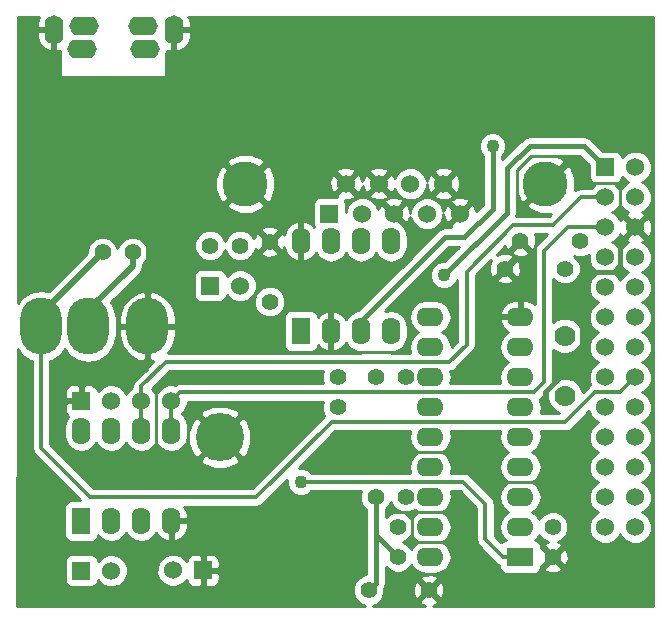
<source format=gtl>
G04 (created by PCBNEW (2013-04-19 BZR 4011)-stable) date 14/06/2013 21:14:28*
%MOIN*%
G04 Gerber Fmt 3.4, Leading zero omitted, Abs format*
%FSLAX34Y34*%
G01*
G70*
G90*
G04 APERTURE LIST*
%ADD10C,0.006*%
%ADD11C,0.15*%
%ADD12R,0.06X0.06*%
%ADD13C,0.06*%
%ADD14C,0.16*%
%ADD15C,0.055*%
%ADD16C,0.07*%
%ADD17R,0.062X0.09*%
%ADD18O,0.062X0.09*%
%ADD19R,0.09X0.062*%
%ADD20O,0.09X0.062*%
%ADD21O,0.137795X0.189*%
%ADD22O,0.0629921X0.0984252*%
%ADD23O,0.0984252X0.0629921*%
%ADD24C,0.0433071*%
%ADD25C,0.02*%
%ADD26C,0.011811*%
%ADD27C,0.015748*%
%ADD28C,0.01*%
G04 APERTURE END LIST*
G54D10*
G54D11*
X69905Y-36950D03*
X59905Y-36950D03*
G54D12*
X62705Y-37950D03*
G54D13*
X63805Y-37950D03*
X64855Y-37950D03*
X65955Y-37950D03*
X67055Y-37950D03*
X63255Y-36950D03*
X64355Y-36950D03*
X65405Y-36950D03*
X66505Y-36950D03*
G54D12*
X71900Y-36400D03*
G54D13*
X72900Y-36400D03*
X71900Y-37400D03*
X72900Y-37400D03*
X71900Y-38400D03*
X72900Y-38400D03*
X71900Y-39400D03*
X72900Y-39400D03*
X71900Y-40400D03*
X72900Y-40400D03*
X71900Y-41400D03*
X72900Y-41400D03*
X71900Y-42400D03*
X72900Y-42400D03*
X71900Y-43400D03*
X72900Y-43400D03*
X71900Y-44400D03*
X72900Y-44400D03*
X71900Y-45400D03*
X72900Y-45400D03*
X71900Y-46400D03*
X72900Y-46400D03*
X71900Y-47400D03*
X72900Y-47400D03*
X71900Y-48400D03*
X72900Y-48400D03*
G54D14*
X59055Y-45400D03*
G54D15*
X56140Y-39240D03*
X55140Y-39240D03*
X62980Y-43395D03*
X62980Y-44395D03*
X64985Y-49395D03*
X64985Y-48395D03*
X64245Y-47380D03*
X65245Y-47380D03*
X64240Y-43385D03*
X65240Y-43385D03*
X70145Y-48390D03*
X70145Y-49390D03*
X58725Y-39010D03*
X59725Y-39010D03*
G54D12*
X58490Y-49840D03*
G54D13*
X57490Y-49840D03*
G54D12*
X58725Y-40345D03*
G54D13*
X59725Y-40345D03*
G54D16*
X70550Y-44015D03*
X70550Y-42015D03*
G54D17*
X54430Y-48190D03*
G54D18*
X55430Y-48190D03*
X56430Y-48190D03*
X57430Y-48190D03*
X57430Y-45190D03*
X56430Y-45190D03*
X55430Y-45190D03*
X54430Y-45190D03*
G54D17*
X61755Y-41865D03*
G54D18*
X62755Y-41865D03*
X63755Y-41865D03*
X64755Y-41865D03*
X64755Y-38865D03*
X63755Y-38865D03*
X62755Y-38865D03*
X61755Y-38865D03*
G54D19*
X69065Y-49390D03*
G54D20*
X69065Y-48390D03*
X69065Y-47390D03*
X69065Y-46390D03*
X69065Y-45390D03*
X69065Y-44390D03*
X69065Y-43390D03*
X69065Y-42390D03*
X69065Y-41390D03*
X66065Y-41390D03*
X66065Y-42390D03*
X66065Y-43390D03*
X66065Y-44390D03*
X66065Y-45390D03*
X66065Y-46390D03*
X66065Y-47390D03*
X66065Y-48390D03*
X66065Y-49390D03*
G54D15*
X66010Y-50500D03*
X64010Y-50500D03*
X60710Y-40880D03*
X60710Y-38880D03*
X68550Y-39775D03*
X70550Y-39775D03*
X69060Y-38860D03*
X71060Y-38860D03*
G54D12*
X54430Y-49845D03*
G54D13*
X55430Y-49845D03*
G54D21*
X53093Y-41700D03*
X56637Y-41700D03*
X54668Y-41700D03*
G54D22*
X57511Y-31823D03*
X53518Y-31815D03*
G54D23*
X56558Y-32457D03*
X54463Y-32472D03*
X56499Y-31677D03*
X54530Y-31677D03*
G54D12*
X54430Y-44191D03*
G54D13*
X55430Y-44191D03*
X56430Y-44191D03*
X57430Y-44191D03*
G54D24*
X66530Y-39990D03*
X68140Y-35680D03*
X61755Y-46885D03*
G54D25*
X54668Y-41700D02*
X54668Y-41168D01*
X56140Y-39697D02*
X56140Y-39240D01*
X54668Y-41168D02*
X56140Y-39697D01*
G54D26*
X54667Y-41698D02*
X54668Y-41700D01*
G54D27*
X64245Y-48655D02*
X64245Y-50265D01*
X64245Y-50265D02*
X64010Y-50500D01*
X64245Y-47380D02*
X64245Y-48655D01*
X64245Y-48655D02*
X64985Y-49395D01*
X71900Y-36400D02*
X71895Y-36400D01*
X66535Y-39990D02*
X66530Y-39990D01*
X68615Y-37910D02*
X66535Y-39990D01*
X68615Y-36440D02*
X68615Y-37910D01*
X69375Y-35680D02*
X68615Y-36440D01*
X71175Y-35680D02*
X69375Y-35680D01*
X71895Y-36400D02*
X71175Y-35680D01*
G54D28*
X63755Y-41865D02*
X63755Y-41535D01*
G54D27*
X68140Y-37780D02*
X68140Y-35680D01*
X67200Y-38720D02*
X68140Y-37780D01*
X66570Y-38720D02*
X67200Y-38720D01*
X63755Y-41535D02*
X66570Y-38720D01*
G54D28*
X56936Y-46501D02*
X56936Y-43806D01*
X57370Y-43372D02*
X61915Y-43372D01*
X56936Y-43806D02*
X57370Y-43372D01*
G54D27*
X72900Y-38400D02*
X72880Y-38400D01*
X69881Y-44505D02*
X69863Y-44523D01*
X69881Y-43897D02*
X69881Y-44505D01*
X71109Y-42669D02*
X69881Y-43897D01*
X71109Y-40236D02*
X71109Y-42669D01*
X71454Y-39891D02*
X71109Y-40236D01*
X72174Y-39891D02*
X71454Y-39891D01*
X72393Y-39672D02*
X72174Y-39891D01*
X72393Y-38887D02*
X72393Y-39672D01*
X72880Y-38400D02*
X72393Y-38887D01*
G54D26*
X54430Y-44191D02*
X53599Y-44191D01*
X57954Y-46501D02*
X59055Y-45400D01*
X54320Y-46501D02*
X56936Y-46501D01*
X56936Y-46501D02*
X57954Y-46501D01*
X53571Y-45752D02*
X54320Y-46501D01*
X53571Y-44219D02*
X53571Y-45752D01*
X53599Y-44191D02*
X53571Y-44219D01*
X54430Y-44191D02*
X54430Y-43626D01*
X56637Y-43154D02*
X56637Y-41700D01*
X56595Y-43197D02*
X56637Y-43154D01*
X54859Y-43197D02*
X56595Y-43197D01*
X54430Y-43626D02*
X54859Y-43197D01*
G54D28*
X70250Y-46900D02*
X67973Y-46900D01*
X70900Y-47550D02*
X70250Y-46900D01*
X70900Y-48640D02*
X70900Y-47550D01*
X70150Y-49390D02*
X70900Y-48640D01*
X70145Y-49390D02*
X70150Y-49390D01*
X64116Y-45896D02*
X64106Y-45906D01*
X66969Y-45896D02*
X64116Y-45896D01*
X67973Y-46900D02*
X66969Y-45896D01*
X59905Y-36950D02*
X59874Y-36950D01*
X59874Y-36950D02*
X58829Y-37995D01*
G54D27*
X69905Y-36950D02*
X69930Y-36950D01*
G54D28*
X69930Y-36950D02*
X70690Y-36190D01*
X70690Y-36190D02*
X70801Y-36190D01*
X65457Y-47880D02*
X65457Y-48762D01*
X65597Y-48902D02*
X66556Y-48902D01*
X65457Y-48762D02*
X65597Y-48902D01*
X66010Y-50500D02*
X66010Y-50484D01*
X64708Y-47880D02*
X64575Y-48013D01*
X66829Y-47880D02*
X65457Y-47880D01*
X65457Y-47880D02*
X64708Y-47880D01*
X67186Y-48237D02*
X66829Y-47880D01*
X67186Y-49308D02*
X67186Y-48237D01*
X66010Y-50484D02*
X67186Y-49308D01*
X68949Y-36495D02*
X68949Y-37698D01*
X71154Y-36543D02*
X70801Y-36190D01*
X70801Y-36190D02*
X70623Y-36012D01*
X70623Y-36012D02*
X69986Y-36012D01*
X69986Y-36012D02*
X69432Y-36012D01*
X69432Y-36012D02*
X68949Y-36495D01*
X72900Y-38400D02*
X72891Y-38400D01*
X72282Y-36921D02*
X71154Y-36921D01*
X72396Y-37035D02*
X72282Y-36921D01*
X72396Y-37905D02*
X72396Y-37035D01*
X72891Y-38400D02*
X72396Y-37905D01*
X71154Y-36921D02*
X71154Y-36543D01*
X68949Y-37698D02*
X69000Y-37749D01*
X56637Y-41700D02*
X57664Y-41700D01*
X65345Y-40515D02*
X66690Y-39170D01*
X65345Y-42544D02*
X65345Y-40515D01*
X65320Y-42569D02*
X65345Y-42544D01*
X58533Y-42569D02*
X65320Y-42569D01*
X57664Y-41700D02*
X58533Y-42569D01*
X57511Y-31823D02*
X57511Y-37926D01*
X57511Y-37926D02*
X57580Y-37995D01*
X57675Y-37995D02*
X57580Y-37995D01*
X57580Y-37995D02*
X53565Y-37995D01*
X53530Y-31826D02*
X53518Y-31815D01*
X53530Y-37960D02*
X53530Y-31826D01*
X53565Y-37995D02*
X53530Y-37960D01*
X56637Y-41700D02*
X56637Y-39037D01*
X56637Y-39037D02*
X57355Y-38320D01*
X62755Y-41865D02*
X62755Y-40490D01*
X61755Y-39490D02*
X61755Y-38865D01*
X62755Y-40490D02*
X61755Y-39490D01*
X60710Y-38880D02*
X59846Y-38016D01*
X59846Y-38016D02*
X59825Y-37995D01*
X59825Y-37995D02*
X58829Y-37995D01*
X58829Y-37995D02*
X57675Y-37995D01*
X57675Y-37995D02*
X57670Y-37995D01*
X57355Y-38320D02*
X57656Y-38018D01*
G54D25*
X53093Y-41700D02*
X53093Y-41286D01*
X53093Y-41286D02*
X55140Y-39240D01*
G54D26*
X53093Y-41700D02*
X53093Y-45758D01*
X72894Y-43400D02*
X72900Y-43400D01*
X54739Y-47404D02*
X53093Y-45758D01*
X60266Y-47404D02*
X54739Y-47404D01*
X62778Y-44892D02*
X60266Y-47404D01*
X70569Y-44892D02*
X62778Y-44892D01*
X71565Y-43896D02*
X70569Y-44892D01*
X72398Y-43896D02*
X71565Y-43896D01*
X72894Y-43400D02*
X72398Y-43896D01*
X53093Y-41700D02*
X53090Y-41696D01*
X72900Y-43400D02*
X72900Y-43395D01*
X57430Y-45190D02*
X57430Y-44191D01*
X57430Y-44191D02*
X57722Y-43899D01*
X57722Y-43899D02*
X69529Y-43899D01*
X69529Y-43899D02*
X69854Y-43574D01*
X69854Y-43574D02*
X69854Y-39186D01*
X69854Y-39186D02*
X70640Y-38400D01*
X70640Y-38400D02*
X71900Y-38400D01*
X66705Y-42887D02*
X57248Y-42887D01*
X56430Y-43705D02*
X56430Y-44191D01*
X57248Y-42887D02*
X56430Y-43705D01*
X71900Y-37400D02*
X71079Y-37400D01*
X67277Y-42315D02*
X66705Y-42887D01*
X66705Y-42887D02*
X66701Y-42891D01*
X67277Y-39879D02*
X67277Y-42315D01*
X68824Y-38332D02*
X67277Y-39879D01*
X70147Y-38332D02*
X68824Y-38332D01*
X71079Y-37400D02*
X70147Y-38332D01*
X56430Y-44191D02*
X56430Y-45190D01*
X69065Y-49390D02*
X68485Y-49390D01*
X61760Y-46890D02*
X61755Y-46885D01*
X67170Y-46890D02*
X61760Y-46890D01*
X67900Y-47620D02*
X67170Y-46890D01*
X67900Y-48805D02*
X67900Y-47620D01*
X68485Y-49390D02*
X67900Y-48805D01*
G54D10*
G36*
X62494Y-43196D02*
X62455Y-43290D01*
X62454Y-43498D01*
X62492Y-43589D01*
X57722Y-43589D01*
X57721Y-43589D01*
X57698Y-43594D01*
X57603Y-43613D01*
X57553Y-43646D01*
X57539Y-43641D01*
X57321Y-43640D01*
X57118Y-43724D01*
X56964Y-43879D01*
X56930Y-43960D01*
X56896Y-43879D01*
X56794Y-43777D01*
X57376Y-43196D01*
X62494Y-43196D01*
X62494Y-43196D01*
G37*
G54D28*
X62494Y-43196D02*
X62455Y-43290D01*
X62454Y-43498D01*
X62492Y-43589D01*
X57722Y-43589D01*
X57721Y-43589D01*
X57698Y-43594D01*
X57603Y-43613D01*
X57553Y-43646D01*
X57539Y-43641D01*
X57321Y-43640D01*
X57118Y-43724D01*
X56964Y-43879D01*
X56930Y-43960D01*
X56896Y-43879D01*
X56794Y-43777D01*
X57376Y-43196D01*
X62494Y-43196D01*
G54D10*
G36*
X63916Y-49974D02*
X63906Y-49974D01*
X63713Y-50054D01*
X63565Y-50202D01*
X63485Y-50395D01*
X63484Y-50603D01*
X63564Y-50797D01*
X63712Y-50944D01*
X63874Y-51012D01*
X59040Y-51013D01*
X59040Y-50090D01*
X59040Y-49589D01*
X59039Y-49490D01*
X59001Y-49398D01*
X58931Y-49327D01*
X58839Y-49289D01*
X58602Y-49290D01*
X58540Y-49352D01*
X58540Y-49790D01*
X58977Y-49790D01*
X59040Y-49727D01*
X59040Y-49589D01*
X59040Y-50090D01*
X59040Y-49952D01*
X58977Y-49890D01*
X58540Y-49890D01*
X58540Y-50327D01*
X58602Y-50390D01*
X58839Y-50390D01*
X58931Y-50352D01*
X59001Y-50281D01*
X59039Y-50189D01*
X59040Y-50090D01*
X59040Y-51013D01*
X58440Y-51013D01*
X58440Y-50327D01*
X58440Y-49890D01*
X58432Y-49890D01*
X58432Y-49790D01*
X58440Y-49790D01*
X58440Y-49352D01*
X58377Y-49290D01*
X58140Y-49289D01*
X58048Y-49327D01*
X57990Y-49386D01*
X57990Y-48380D01*
X57990Y-48240D01*
X57480Y-48240D01*
X57480Y-48824D01*
X57566Y-48873D01*
X57598Y-48866D01*
X57790Y-48761D01*
X57928Y-48590D01*
X57990Y-48380D01*
X57990Y-49386D01*
X57978Y-49398D01*
X57940Y-49490D01*
X57940Y-49512D01*
X57801Y-49374D01*
X57599Y-49290D01*
X57381Y-49289D01*
X57178Y-49373D01*
X57024Y-49528D01*
X56940Y-49730D01*
X56939Y-49948D01*
X57023Y-50151D01*
X57178Y-50305D01*
X57380Y-50389D01*
X57598Y-50390D01*
X57801Y-50306D01*
X57940Y-50167D01*
X57940Y-50189D01*
X57978Y-50281D01*
X58048Y-50352D01*
X58140Y-50390D01*
X58377Y-50390D01*
X58440Y-50327D01*
X58440Y-51013D01*
X55980Y-51014D01*
X55980Y-49736D01*
X55896Y-49533D01*
X55741Y-49379D01*
X55539Y-49295D01*
X55321Y-49294D01*
X55118Y-49378D01*
X54980Y-49517D01*
X54980Y-49495D01*
X54942Y-49403D01*
X54871Y-49333D01*
X54779Y-49295D01*
X54680Y-49294D01*
X54080Y-49294D01*
X53988Y-49332D01*
X53918Y-49403D01*
X53880Y-49495D01*
X53879Y-49594D01*
X53879Y-50194D01*
X53917Y-50286D01*
X53988Y-50356D01*
X54080Y-50394D01*
X54179Y-50395D01*
X54779Y-50395D01*
X54871Y-50357D01*
X54941Y-50286D01*
X54979Y-50194D01*
X54979Y-50172D01*
X55118Y-50310D01*
X55320Y-50394D01*
X55538Y-50395D01*
X55741Y-50311D01*
X55895Y-50156D01*
X55979Y-49954D01*
X55980Y-49736D01*
X55980Y-51014D01*
X52305Y-51014D01*
X52307Y-42459D01*
X52429Y-42643D01*
X52734Y-42846D01*
X52784Y-42856D01*
X52784Y-45758D01*
X52808Y-45876D01*
X52875Y-45977D01*
X54387Y-47489D01*
X54070Y-47489D01*
X53978Y-47527D01*
X53908Y-47598D01*
X53870Y-47690D01*
X53869Y-47789D01*
X53869Y-48689D01*
X53907Y-48781D01*
X53978Y-48851D01*
X54070Y-48889D01*
X54169Y-48890D01*
X54789Y-48890D01*
X54881Y-48852D01*
X54951Y-48781D01*
X54989Y-48689D01*
X54989Y-48673D01*
X55034Y-48739D01*
X55215Y-48861D01*
X55430Y-48903D01*
X55644Y-48861D01*
X55825Y-48739D01*
X55930Y-48584D01*
X56034Y-48739D01*
X56215Y-48861D01*
X56430Y-48903D01*
X56644Y-48861D01*
X56825Y-48739D01*
X56929Y-48584D01*
X56931Y-48590D01*
X57069Y-48761D01*
X57261Y-48866D01*
X57293Y-48873D01*
X57380Y-48824D01*
X57380Y-48240D01*
X57372Y-48240D01*
X57372Y-48140D01*
X57380Y-48140D01*
X57380Y-48132D01*
X57480Y-48132D01*
X57480Y-48140D01*
X57990Y-48140D01*
X57990Y-48000D01*
X57928Y-47789D01*
X57866Y-47713D01*
X60266Y-47713D01*
X60384Y-47689D01*
X60384Y-47689D01*
X60484Y-47622D01*
X61288Y-46818D01*
X61288Y-46977D01*
X61359Y-47148D01*
X61490Y-47280D01*
X61661Y-47351D01*
X61847Y-47351D01*
X62018Y-47280D01*
X62100Y-47199D01*
X63751Y-47199D01*
X63720Y-47275D01*
X63719Y-47483D01*
X63799Y-47677D01*
X63916Y-47793D01*
X63916Y-48655D01*
X63916Y-49974D01*
X63916Y-49974D01*
G37*
G54D28*
X63916Y-49974D02*
X63906Y-49974D01*
X63713Y-50054D01*
X63565Y-50202D01*
X63485Y-50395D01*
X63484Y-50603D01*
X63564Y-50797D01*
X63712Y-50944D01*
X63874Y-51012D01*
X59040Y-51013D01*
X59040Y-50090D01*
X59040Y-49589D01*
X59039Y-49490D01*
X59001Y-49398D01*
X58931Y-49327D01*
X58839Y-49289D01*
X58602Y-49290D01*
X58540Y-49352D01*
X58540Y-49790D01*
X58977Y-49790D01*
X59040Y-49727D01*
X59040Y-49589D01*
X59040Y-50090D01*
X59040Y-49952D01*
X58977Y-49890D01*
X58540Y-49890D01*
X58540Y-50327D01*
X58602Y-50390D01*
X58839Y-50390D01*
X58931Y-50352D01*
X59001Y-50281D01*
X59039Y-50189D01*
X59040Y-50090D01*
X59040Y-51013D01*
X58440Y-51013D01*
X58440Y-50327D01*
X58440Y-49890D01*
X58432Y-49890D01*
X58432Y-49790D01*
X58440Y-49790D01*
X58440Y-49352D01*
X58377Y-49290D01*
X58140Y-49289D01*
X58048Y-49327D01*
X57990Y-49386D01*
X57990Y-48380D01*
X57990Y-48240D01*
X57480Y-48240D01*
X57480Y-48824D01*
X57566Y-48873D01*
X57598Y-48866D01*
X57790Y-48761D01*
X57928Y-48590D01*
X57990Y-48380D01*
X57990Y-49386D01*
X57978Y-49398D01*
X57940Y-49490D01*
X57940Y-49512D01*
X57801Y-49374D01*
X57599Y-49290D01*
X57381Y-49289D01*
X57178Y-49373D01*
X57024Y-49528D01*
X56940Y-49730D01*
X56939Y-49948D01*
X57023Y-50151D01*
X57178Y-50305D01*
X57380Y-50389D01*
X57598Y-50390D01*
X57801Y-50306D01*
X57940Y-50167D01*
X57940Y-50189D01*
X57978Y-50281D01*
X58048Y-50352D01*
X58140Y-50390D01*
X58377Y-50390D01*
X58440Y-50327D01*
X58440Y-51013D01*
X55980Y-51014D01*
X55980Y-49736D01*
X55896Y-49533D01*
X55741Y-49379D01*
X55539Y-49295D01*
X55321Y-49294D01*
X55118Y-49378D01*
X54980Y-49517D01*
X54980Y-49495D01*
X54942Y-49403D01*
X54871Y-49333D01*
X54779Y-49295D01*
X54680Y-49294D01*
X54080Y-49294D01*
X53988Y-49332D01*
X53918Y-49403D01*
X53880Y-49495D01*
X53879Y-49594D01*
X53879Y-50194D01*
X53917Y-50286D01*
X53988Y-50356D01*
X54080Y-50394D01*
X54179Y-50395D01*
X54779Y-50395D01*
X54871Y-50357D01*
X54941Y-50286D01*
X54979Y-50194D01*
X54979Y-50172D01*
X55118Y-50310D01*
X55320Y-50394D01*
X55538Y-50395D01*
X55741Y-50311D01*
X55895Y-50156D01*
X55979Y-49954D01*
X55980Y-49736D01*
X55980Y-51014D01*
X52305Y-51014D01*
X52307Y-42459D01*
X52429Y-42643D01*
X52734Y-42846D01*
X52784Y-42856D01*
X52784Y-45758D01*
X52808Y-45876D01*
X52875Y-45977D01*
X54387Y-47489D01*
X54070Y-47489D01*
X53978Y-47527D01*
X53908Y-47598D01*
X53870Y-47690D01*
X53869Y-47789D01*
X53869Y-48689D01*
X53907Y-48781D01*
X53978Y-48851D01*
X54070Y-48889D01*
X54169Y-48890D01*
X54789Y-48890D01*
X54881Y-48852D01*
X54951Y-48781D01*
X54989Y-48689D01*
X54989Y-48673D01*
X55034Y-48739D01*
X55215Y-48861D01*
X55430Y-48903D01*
X55644Y-48861D01*
X55825Y-48739D01*
X55930Y-48584D01*
X56034Y-48739D01*
X56215Y-48861D01*
X56430Y-48903D01*
X56644Y-48861D01*
X56825Y-48739D01*
X56929Y-48584D01*
X56931Y-48590D01*
X57069Y-48761D01*
X57261Y-48866D01*
X57293Y-48873D01*
X57380Y-48824D01*
X57380Y-48240D01*
X57372Y-48240D01*
X57372Y-48140D01*
X57380Y-48140D01*
X57380Y-48132D01*
X57480Y-48132D01*
X57480Y-48140D01*
X57990Y-48140D01*
X57990Y-48000D01*
X57928Y-47789D01*
X57866Y-47713D01*
X60266Y-47713D01*
X60384Y-47689D01*
X60384Y-47689D01*
X60484Y-47622D01*
X61288Y-46818D01*
X61288Y-46977D01*
X61359Y-47148D01*
X61490Y-47280D01*
X61661Y-47351D01*
X61847Y-47351D01*
X62018Y-47280D01*
X62100Y-47199D01*
X63751Y-47199D01*
X63720Y-47275D01*
X63719Y-47483D01*
X63799Y-47677D01*
X63916Y-47793D01*
X63916Y-48655D01*
X63916Y-49974D01*
G54D10*
G36*
X65056Y-47870D02*
X64881Y-47869D01*
X64688Y-47949D01*
X64573Y-48063D01*
X64573Y-47793D01*
X64689Y-47677D01*
X64745Y-47544D01*
X64799Y-47677D01*
X64947Y-47824D01*
X65056Y-47870D01*
X65056Y-47870D01*
G37*
G54D28*
X65056Y-47870D02*
X64881Y-47869D01*
X64688Y-47949D01*
X64573Y-48063D01*
X64573Y-47793D01*
X64689Y-47677D01*
X64745Y-47544D01*
X64799Y-47677D01*
X64947Y-47824D01*
X65056Y-47870D01*
G54D10*
G36*
X65670Y-45890D02*
X65515Y-45994D01*
X65393Y-46175D01*
X65351Y-46390D01*
X65389Y-46580D01*
X62110Y-46580D01*
X62019Y-46489D01*
X61848Y-46418D01*
X61688Y-46418D01*
X62906Y-45201D01*
X65388Y-45201D01*
X65351Y-45390D01*
X65393Y-45604D01*
X65515Y-45785D01*
X65670Y-45890D01*
X65670Y-45890D01*
G37*
G54D28*
X65670Y-45890D02*
X65515Y-45994D01*
X65393Y-46175D01*
X65351Y-46390D01*
X65389Y-46580D01*
X62110Y-46580D01*
X62019Y-46489D01*
X61848Y-46418D01*
X61688Y-46418D01*
X62906Y-45201D01*
X65388Y-45201D01*
X65351Y-45390D01*
X65393Y-45604D01*
X65515Y-45785D01*
X65670Y-45890D01*
G54D10*
G36*
X65670Y-47890D02*
X65515Y-47994D01*
X65436Y-48112D01*
X65430Y-48098D01*
X65282Y-47950D01*
X65173Y-47904D01*
X65348Y-47905D01*
X65542Y-47825D01*
X65554Y-47812D01*
X65670Y-47890D01*
X65670Y-47890D01*
G37*
G54D28*
X65670Y-47890D02*
X65515Y-47994D01*
X65436Y-48112D01*
X65430Y-48098D01*
X65282Y-47950D01*
X65173Y-47904D01*
X65348Y-47905D01*
X65542Y-47825D01*
X65554Y-47812D01*
X65670Y-47890D01*
G54D10*
G36*
X65670Y-48890D02*
X65515Y-48994D01*
X65436Y-49112D01*
X65430Y-49098D01*
X65282Y-48950D01*
X65149Y-48894D01*
X65282Y-48840D01*
X65429Y-48692D01*
X65438Y-48671D01*
X65515Y-48785D01*
X65670Y-48890D01*
X65670Y-48890D01*
G37*
G54D28*
X65670Y-48890D02*
X65515Y-48994D01*
X65436Y-49112D01*
X65430Y-49098D01*
X65282Y-48950D01*
X65149Y-48894D01*
X65282Y-48840D01*
X65429Y-48692D01*
X65438Y-48671D01*
X65515Y-48785D01*
X65670Y-48890D01*
G54D10*
G36*
X67011Y-39048D02*
X66536Y-39523D01*
X66437Y-39523D01*
X66266Y-39594D01*
X66134Y-39725D01*
X66063Y-39896D01*
X66063Y-40082D01*
X66134Y-40253D01*
X66265Y-40385D01*
X66436Y-40456D01*
X66622Y-40456D01*
X66793Y-40385D01*
X66925Y-40254D01*
X66967Y-40151D01*
X66967Y-42186D01*
X66776Y-42378D01*
X66736Y-42175D01*
X66614Y-41994D01*
X66459Y-41890D01*
X66614Y-41785D01*
X66736Y-41604D01*
X66778Y-41390D01*
X66736Y-41175D01*
X66614Y-40994D01*
X66433Y-40872D01*
X66218Y-40830D01*
X65911Y-40830D01*
X65696Y-40872D01*
X65515Y-40994D01*
X65393Y-41175D01*
X65351Y-41390D01*
X65393Y-41604D01*
X65515Y-41785D01*
X65670Y-41890D01*
X65515Y-41994D01*
X65393Y-42175D01*
X65351Y-42390D01*
X65388Y-42577D01*
X64758Y-42577D01*
X64969Y-42536D01*
X65150Y-42414D01*
X65272Y-42233D01*
X65315Y-42018D01*
X65315Y-41711D01*
X65272Y-41496D01*
X65150Y-41315D01*
X64969Y-41193D01*
X64755Y-41151D01*
X64566Y-41188D01*
X66706Y-39048D01*
X67011Y-39048D01*
X67011Y-39048D01*
G37*
G54D28*
X67011Y-39048D02*
X66536Y-39523D01*
X66437Y-39523D01*
X66266Y-39594D01*
X66134Y-39725D01*
X66063Y-39896D01*
X66063Y-40082D01*
X66134Y-40253D01*
X66265Y-40385D01*
X66436Y-40456D01*
X66622Y-40456D01*
X66793Y-40385D01*
X66925Y-40254D01*
X66967Y-40151D01*
X66967Y-42186D01*
X66776Y-42378D01*
X66736Y-42175D01*
X66614Y-41994D01*
X66459Y-41890D01*
X66614Y-41785D01*
X66736Y-41604D01*
X66778Y-41390D01*
X66736Y-41175D01*
X66614Y-40994D01*
X66433Y-40872D01*
X66218Y-40830D01*
X65911Y-40830D01*
X65696Y-40872D01*
X65515Y-40994D01*
X65393Y-41175D01*
X65351Y-41390D01*
X65393Y-41604D01*
X65515Y-41785D01*
X65670Y-41890D01*
X65515Y-41994D01*
X65393Y-42175D01*
X65351Y-42390D01*
X65388Y-42577D01*
X64758Y-42577D01*
X64969Y-42536D01*
X65150Y-42414D01*
X65272Y-42233D01*
X65315Y-42018D01*
X65315Y-41711D01*
X65272Y-41496D01*
X65150Y-41315D01*
X64969Y-41193D01*
X64755Y-41151D01*
X64566Y-41188D01*
X66706Y-39048D01*
X67011Y-39048D01*
G54D10*
G36*
X68670Y-47890D02*
X68515Y-47994D01*
X68393Y-48175D01*
X68351Y-48390D01*
X68393Y-48604D01*
X68515Y-48785D01*
X68581Y-48829D01*
X68565Y-48829D01*
X68473Y-48867D01*
X68436Y-48904D01*
X68209Y-48676D01*
X68209Y-47620D01*
X68209Y-47619D01*
X68209Y-47619D01*
X68204Y-47596D01*
X68185Y-47501D01*
X68185Y-47501D01*
X68118Y-47401D01*
X68118Y-47401D01*
X67388Y-46671D01*
X67288Y-46604D01*
X67170Y-46580D01*
X66740Y-46580D01*
X66778Y-46390D01*
X66736Y-46175D01*
X66614Y-45994D01*
X66459Y-45890D01*
X66614Y-45785D01*
X66736Y-45604D01*
X66778Y-45390D01*
X66741Y-45201D01*
X68388Y-45201D01*
X68351Y-45390D01*
X68393Y-45604D01*
X68515Y-45785D01*
X68670Y-45890D01*
X68515Y-45994D01*
X68393Y-46175D01*
X68351Y-46390D01*
X68393Y-46604D01*
X68515Y-46785D01*
X68670Y-46890D01*
X68515Y-46994D01*
X68393Y-47175D01*
X68351Y-47390D01*
X68393Y-47604D01*
X68515Y-47785D01*
X68670Y-47890D01*
X68670Y-47890D01*
G37*
G54D28*
X68670Y-47890D02*
X68515Y-47994D01*
X68393Y-48175D01*
X68351Y-48390D01*
X68393Y-48604D01*
X68515Y-48785D01*
X68581Y-48829D01*
X68565Y-48829D01*
X68473Y-48867D01*
X68436Y-48904D01*
X68209Y-48676D01*
X68209Y-47620D01*
X68209Y-47619D01*
X68209Y-47619D01*
X68204Y-47596D01*
X68185Y-47501D01*
X68185Y-47501D01*
X68118Y-47401D01*
X68118Y-47401D01*
X67388Y-46671D01*
X67288Y-46604D01*
X67170Y-46580D01*
X66740Y-46580D01*
X66778Y-46390D01*
X66736Y-46175D01*
X66614Y-45994D01*
X66459Y-45890D01*
X66614Y-45785D01*
X66736Y-45604D01*
X66778Y-45390D01*
X66741Y-45201D01*
X68388Y-45201D01*
X68351Y-45390D01*
X68393Y-45604D01*
X68515Y-45785D01*
X68670Y-45890D01*
X68515Y-45994D01*
X68393Y-46175D01*
X68351Y-46390D01*
X68393Y-46604D01*
X68515Y-46785D01*
X68670Y-46890D01*
X68515Y-46994D01*
X68393Y-47175D01*
X68351Y-47390D01*
X68393Y-47604D01*
X68515Y-47785D01*
X68670Y-47890D01*
G54D10*
G36*
X69961Y-38641D02*
X69635Y-38967D01*
X69568Y-39067D01*
X69544Y-39186D01*
X69544Y-40955D01*
X69465Y-40891D01*
X69255Y-40830D01*
X69115Y-40830D01*
X69115Y-41340D01*
X69122Y-41340D01*
X69122Y-41440D01*
X69115Y-41440D01*
X69115Y-41447D01*
X69079Y-41447D01*
X69079Y-39850D01*
X69068Y-39642D01*
X69010Y-39502D01*
X68917Y-39477D01*
X68620Y-39775D01*
X68917Y-40072D01*
X69010Y-40047D01*
X69079Y-39850D01*
X69079Y-41447D01*
X69015Y-41447D01*
X69015Y-41440D01*
X69015Y-41340D01*
X69015Y-40830D01*
X68875Y-40830D01*
X68847Y-40838D01*
X68847Y-40142D01*
X68550Y-39845D01*
X68252Y-40142D01*
X68277Y-40235D01*
X68474Y-40304D01*
X68682Y-40293D01*
X68822Y-40235D01*
X68847Y-40142D01*
X68847Y-40838D01*
X68664Y-40891D01*
X68493Y-41029D01*
X68388Y-41221D01*
X68381Y-41253D01*
X68430Y-41340D01*
X69015Y-41340D01*
X69015Y-41440D01*
X68430Y-41440D01*
X68381Y-41526D01*
X68388Y-41558D01*
X68493Y-41750D01*
X68664Y-41888D01*
X68670Y-41890D01*
X68515Y-41994D01*
X68393Y-42175D01*
X68351Y-42390D01*
X68393Y-42604D01*
X68515Y-42785D01*
X68670Y-42890D01*
X68515Y-42994D01*
X68393Y-43175D01*
X68351Y-43390D01*
X68391Y-43589D01*
X66738Y-43589D01*
X66778Y-43390D01*
X66739Y-43192D01*
X66819Y-43176D01*
X66919Y-43109D01*
X66923Y-43105D01*
X67495Y-42533D01*
X67495Y-42533D01*
X67495Y-42533D01*
X67562Y-42433D01*
X67562Y-42433D01*
X67586Y-42315D01*
X67586Y-40007D01*
X68088Y-39504D01*
X68020Y-39699D01*
X68031Y-39907D01*
X68089Y-40047D01*
X68182Y-40072D01*
X68479Y-39775D01*
X68473Y-39769D01*
X68544Y-39698D01*
X68550Y-39704D01*
X68847Y-39407D01*
X68828Y-39334D01*
X68984Y-39389D01*
X69192Y-39378D01*
X69332Y-39320D01*
X69357Y-39227D01*
X69060Y-38930D01*
X68762Y-39227D01*
X68781Y-39300D01*
X68625Y-39245D01*
X68417Y-39256D01*
X68279Y-39313D01*
X68558Y-39034D01*
X68599Y-39132D01*
X68692Y-39157D01*
X68989Y-38860D01*
X68983Y-38854D01*
X69054Y-38783D01*
X69060Y-38789D01*
X69065Y-38783D01*
X69136Y-38854D01*
X69130Y-38860D01*
X69427Y-39157D01*
X69520Y-39132D01*
X69589Y-38935D01*
X69578Y-38727D01*
X69542Y-38641D01*
X69961Y-38641D01*
X69961Y-38641D01*
G37*
G54D28*
X69961Y-38641D02*
X69635Y-38967D01*
X69568Y-39067D01*
X69544Y-39186D01*
X69544Y-40955D01*
X69465Y-40891D01*
X69255Y-40830D01*
X69115Y-40830D01*
X69115Y-41340D01*
X69122Y-41340D01*
X69122Y-41440D01*
X69115Y-41440D01*
X69115Y-41447D01*
X69079Y-41447D01*
X69079Y-39850D01*
X69068Y-39642D01*
X69010Y-39502D01*
X68917Y-39477D01*
X68620Y-39775D01*
X68917Y-40072D01*
X69010Y-40047D01*
X69079Y-39850D01*
X69079Y-41447D01*
X69015Y-41447D01*
X69015Y-41440D01*
X69015Y-41340D01*
X69015Y-40830D01*
X68875Y-40830D01*
X68847Y-40838D01*
X68847Y-40142D01*
X68550Y-39845D01*
X68252Y-40142D01*
X68277Y-40235D01*
X68474Y-40304D01*
X68682Y-40293D01*
X68822Y-40235D01*
X68847Y-40142D01*
X68847Y-40838D01*
X68664Y-40891D01*
X68493Y-41029D01*
X68388Y-41221D01*
X68381Y-41253D01*
X68430Y-41340D01*
X69015Y-41340D01*
X69015Y-41440D01*
X68430Y-41440D01*
X68381Y-41526D01*
X68388Y-41558D01*
X68493Y-41750D01*
X68664Y-41888D01*
X68670Y-41890D01*
X68515Y-41994D01*
X68393Y-42175D01*
X68351Y-42390D01*
X68393Y-42604D01*
X68515Y-42785D01*
X68670Y-42890D01*
X68515Y-42994D01*
X68393Y-43175D01*
X68351Y-43390D01*
X68391Y-43589D01*
X66738Y-43589D01*
X66778Y-43390D01*
X66739Y-43192D01*
X66819Y-43176D01*
X66919Y-43109D01*
X66923Y-43105D01*
X67495Y-42533D01*
X67495Y-42533D01*
X67495Y-42533D01*
X67562Y-42433D01*
X67562Y-42433D01*
X67586Y-42315D01*
X67586Y-40007D01*
X68088Y-39504D01*
X68020Y-39699D01*
X68031Y-39907D01*
X68089Y-40047D01*
X68182Y-40072D01*
X68479Y-39775D01*
X68473Y-39769D01*
X68544Y-39698D01*
X68550Y-39704D01*
X68847Y-39407D01*
X68828Y-39334D01*
X68984Y-39389D01*
X69192Y-39378D01*
X69332Y-39320D01*
X69357Y-39227D01*
X69060Y-38930D01*
X68762Y-39227D01*
X68781Y-39300D01*
X68625Y-39245D01*
X68417Y-39256D01*
X68279Y-39313D01*
X68558Y-39034D01*
X68599Y-39132D01*
X68692Y-39157D01*
X68989Y-38860D01*
X68983Y-38854D01*
X69054Y-38783D01*
X69060Y-38789D01*
X69065Y-38783D01*
X69136Y-38854D01*
X69130Y-38860D01*
X69427Y-39157D01*
X69520Y-39132D01*
X69589Y-38935D01*
X69578Y-38727D01*
X69542Y-38641D01*
X69961Y-38641D01*
G54D10*
G36*
X70353Y-44582D02*
X69740Y-44582D01*
X69778Y-44390D01*
X69736Y-44175D01*
X69712Y-44140D01*
X69747Y-44117D01*
X69950Y-43914D01*
X69949Y-44133D01*
X70041Y-44354D01*
X70209Y-44523D01*
X70353Y-44582D01*
X70353Y-44582D01*
G37*
G54D28*
X70353Y-44582D02*
X69740Y-44582D01*
X69778Y-44390D01*
X69736Y-44175D01*
X69712Y-44140D01*
X69747Y-44117D01*
X69950Y-43914D01*
X69949Y-44133D01*
X70041Y-44354D01*
X70209Y-44523D01*
X70353Y-44582D01*
G54D10*
G36*
X71572Y-36949D02*
X71434Y-37088D01*
X71432Y-37090D01*
X71079Y-37090D01*
X70960Y-37114D01*
X70900Y-37154D01*
X70906Y-37139D01*
X70903Y-36741D01*
X70758Y-36391D01*
X70616Y-36309D01*
X69975Y-36950D01*
X69981Y-36955D01*
X69910Y-37026D01*
X69905Y-37020D01*
X69264Y-37661D01*
X69346Y-37803D01*
X69715Y-37951D01*
X70093Y-37948D01*
X70018Y-38022D01*
X68921Y-38022D01*
X68943Y-37910D01*
X68943Y-37247D01*
X69051Y-37508D01*
X69193Y-37590D01*
X69834Y-36950D01*
X69828Y-36944D01*
X69899Y-36873D01*
X69905Y-36879D01*
X70545Y-36238D01*
X70463Y-36096D01*
X70244Y-36008D01*
X71038Y-36008D01*
X71349Y-36319D01*
X71349Y-36749D01*
X71387Y-36841D01*
X71458Y-36911D01*
X71550Y-36949D01*
X71572Y-36949D01*
X71572Y-36949D01*
G37*
G54D28*
X71572Y-36949D02*
X71434Y-37088D01*
X71432Y-37090D01*
X71079Y-37090D01*
X70960Y-37114D01*
X70900Y-37154D01*
X70906Y-37139D01*
X70903Y-36741D01*
X70758Y-36391D01*
X70616Y-36309D01*
X69975Y-36950D01*
X69981Y-36955D01*
X69910Y-37026D01*
X69905Y-37020D01*
X69264Y-37661D01*
X69346Y-37803D01*
X69715Y-37951D01*
X70093Y-37948D01*
X70018Y-38022D01*
X68921Y-38022D01*
X68943Y-37910D01*
X68943Y-37247D01*
X69051Y-37508D01*
X69193Y-37590D01*
X69834Y-36950D01*
X69828Y-36944D01*
X69899Y-36873D01*
X69905Y-36879D01*
X70545Y-36238D01*
X70463Y-36096D01*
X70244Y-36008D01*
X71038Y-36008D01*
X71349Y-36319D01*
X71349Y-36749D01*
X71387Y-36841D01*
X71458Y-36911D01*
X71550Y-36949D01*
X71572Y-36949D01*
G54D10*
G36*
X71669Y-42899D02*
X71588Y-42933D01*
X71434Y-43088D01*
X71350Y-43290D01*
X71349Y-43508D01*
X71403Y-43639D01*
X71346Y-43677D01*
X71143Y-43880D01*
X71058Y-43675D01*
X70890Y-43506D01*
X70669Y-43415D01*
X70431Y-43414D01*
X70210Y-43506D01*
X70163Y-43553D01*
X70163Y-42476D01*
X70209Y-42523D01*
X70430Y-42614D01*
X70668Y-42615D01*
X70889Y-42523D01*
X71058Y-42355D01*
X71149Y-42134D01*
X71150Y-41896D01*
X71058Y-41675D01*
X70890Y-41506D01*
X70669Y-41415D01*
X70431Y-41414D01*
X70210Y-41506D01*
X70163Y-41553D01*
X70163Y-40130D01*
X70252Y-40219D01*
X70445Y-40299D01*
X70653Y-40300D01*
X70847Y-40220D01*
X70994Y-40072D01*
X71074Y-39879D01*
X71075Y-39671D01*
X70995Y-39478D01*
X70865Y-39347D01*
X70955Y-39384D01*
X71163Y-39385D01*
X71350Y-39308D01*
X71349Y-39508D01*
X71433Y-39711D01*
X71588Y-39865D01*
X71669Y-39899D01*
X71588Y-39933D01*
X71434Y-40088D01*
X71350Y-40290D01*
X71349Y-40508D01*
X71433Y-40711D01*
X71588Y-40865D01*
X71669Y-40899D01*
X71588Y-40933D01*
X71434Y-41088D01*
X71350Y-41290D01*
X71349Y-41508D01*
X71433Y-41711D01*
X71588Y-41865D01*
X71669Y-41899D01*
X71588Y-41933D01*
X71434Y-42088D01*
X71350Y-42290D01*
X71349Y-42508D01*
X71433Y-42711D01*
X71588Y-42865D01*
X71669Y-42899D01*
X71669Y-42899D01*
G37*
G54D28*
X71669Y-42899D02*
X71588Y-42933D01*
X71434Y-43088D01*
X71350Y-43290D01*
X71349Y-43508D01*
X71403Y-43639D01*
X71346Y-43677D01*
X71143Y-43880D01*
X71058Y-43675D01*
X70890Y-43506D01*
X70669Y-43415D01*
X70431Y-43414D01*
X70210Y-43506D01*
X70163Y-43553D01*
X70163Y-42476D01*
X70209Y-42523D01*
X70430Y-42614D01*
X70668Y-42615D01*
X70889Y-42523D01*
X71058Y-42355D01*
X71149Y-42134D01*
X71150Y-41896D01*
X71058Y-41675D01*
X70890Y-41506D01*
X70669Y-41415D01*
X70431Y-41414D01*
X70210Y-41506D01*
X70163Y-41553D01*
X70163Y-40130D01*
X70252Y-40219D01*
X70445Y-40299D01*
X70653Y-40300D01*
X70847Y-40220D01*
X70994Y-40072D01*
X71074Y-39879D01*
X71075Y-39671D01*
X70995Y-39478D01*
X70865Y-39347D01*
X70955Y-39384D01*
X71163Y-39385D01*
X71350Y-39308D01*
X71349Y-39508D01*
X71433Y-39711D01*
X71588Y-39865D01*
X71669Y-39899D01*
X71588Y-39933D01*
X71434Y-40088D01*
X71350Y-40290D01*
X71349Y-40508D01*
X71433Y-40711D01*
X71588Y-40865D01*
X71669Y-40899D01*
X71588Y-40933D01*
X71434Y-41088D01*
X71350Y-41290D01*
X71349Y-41508D01*
X71433Y-41711D01*
X71588Y-41865D01*
X71669Y-41899D01*
X71588Y-41933D01*
X71434Y-42088D01*
X71350Y-42290D01*
X71349Y-42508D01*
X71433Y-42711D01*
X71588Y-42865D01*
X71669Y-42899D01*
G54D10*
G36*
X72669Y-36899D02*
X72588Y-36933D01*
X72434Y-37088D01*
X72400Y-37169D01*
X72366Y-37088D01*
X72227Y-36950D01*
X72249Y-36950D01*
X72341Y-36912D01*
X72411Y-36841D01*
X72449Y-36749D01*
X72449Y-36727D01*
X72588Y-36865D01*
X72669Y-36899D01*
X72669Y-36899D01*
G37*
G54D28*
X72669Y-36899D02*
X72588Y-36933D01*
X72434Y-37088D01*
X72400Y-37169D01*
X72366Y-37088D01*
X72227Y-36950D01*
X72249Y-36950D01*
X72341Y-36912D01*
X72411Y-36841D01*
X72449Y-36749D01*
X72449Y-36727D01*
X72588Y-36865D01*
X72669Y-36899D01*
G54D10*
G36*
X72669Y-39899D02*
X72588Y-39933D01*
X72434Y-40088D01*
X72400Y-40169D01*
X72366Y-40088D01*
X72211Y-39934D01*
X72130Y-39900D01*
X72211Y-39866D01*
X72365Y-39711D01*
X72399Y-39630D01*
X72433Y-39711D01*
X72588Y-39865D01*
X72669Y-39899D01*
X72669Y-39899D01*
G37*
G54D28*
X72669Y-39899D02*
X72588Y-39933D01*
X72434Y-40088D01*
X72400Y-40169D01*
X72366Y-40088D01*
X72211Y-39934D01*
X72130Y-39900D01*
X72211Y-39866D01*
X72365Y-39711D01*
X72399Y-39630D01*
X72433Y-39711D01*
X72588Y-39865D01*
X72669Y-39899D01*
G54D10*
G36*
X73479Y-31375D02*
X73475Y-51010D01*
X73454Y-51010D01*
X73454Y-38481D01*
X73443Y-38263D01*
X73381Y-38112D01*
X73285Y-38084D01*
X72970Y-38400D01*
X73285Y-38715D01*
X73381Y-38687D01*
X73454Y-38481D01*
X73454Y-51010D01*
X70674Y-51010D01*
X70674Y-49465D01*
X70663Y-49257D01*
X70605Y-49117D01*
X70512Y-49092D01*
X70215Y-49390D01*
X70512Y-49687D01*
X70605Y-49662D01*
X70674Y-49465D01*
X70674Y-51010D01*
X70442Y-51010D01*
X70442Y-49757D01*
X70145Y-49460D01*
X69847Y-49757D01*
X69872Y-49850D01*
X70069Y-49919D01*
X70277Y-49908D01*
X70417Y-49850D01*
X70442Y-49757D01*
X70442Y-51010D01*
X66539Y-51011D01*
X66539Y-50575D01*
X66528Y-50367D01*
X66470Y-50227D01*
X66377Y-50202D01*
X66307Y-50273D01*
X66307Y-50132D01*
X66282Y-50039D01*
X66085Y-49970D01*
X65877Y-49981D01*
X65737Y-50039D01*
X65712Y-50132D01*
X66010Y-50429D01*
X66307Y-50132D01*
X66307Y-50273D01*
X66080Y-50500D01*
X66377Y-50797D01*
X66470Y-50772D01*
X66539Y-50575D01*
X66539Y-51011D01*
X66159Y-51011D01*
X66282Y-50960D01*
X66307Y-50867D01*
X66010Y-50570D01*
X65939Y-50641D01*
X65939Y-50500D01*
X65642Y-50202D01*
X65549Y-50227D01*
X65480Y-50424D01*
X65491Y-50632D01*
X65549Y-50772D01*
X65642Y-50797D01*
X65939Y-50500D01*
X65939Y-50641D01*
X65712Y-50867D01*
X65737Y-50960D01*
X65882Y-51011D01*
X64145Y-51012D01*
X64307Y-50945D01*
X64454Y-50797D01*
X64534Y-50604D01*
X64535Y-50411D01*
X64535Y-50411D01*
X64548Y-50390D01*
X64548Y-50390D01*
X64573Y-50265D01*
X64573Y-49726D01*
X64687Y-49839D01*
X64880Y-49919D01*
X65088Y-49920D01*
X65282Y-49840D01*
X65429Y-49692D01*
X65438Y-49671D01*
X65515Y-49785D01*
X65696Y-49907D01*
X65911Y-49950D01*
X66218Y-49950D01*
X66433Y-49907D01*
X66614Y-49785D01*
X66736Y-49604D01*
X66778Y-49390D01*
X66736Y-49175D01*
X66614Y-48994D01*
X66459Y-48890D01*
X66614Y-48785D01*
X66736Y-48604D01*
X66778Y-48390D01*
X66736Y-48175D01*
X66614Y-47994D01*
X66459Y-47890D01*
X66614Y-47785D01*
X66736Y-47604D01*
X66778Y-47390D01*
X66740Y-47199D01*
X67041Y-47199D01*
X67590Y-47748D01*
X67590Y-48805D01*
X67614Y-48923D01*
X67681Y-49023D01*
X68266Y-49608D01*
X68266Y-49608D01*
X68364Y-49674D01*
X68364Y-49749D01*
X68402Y-49841D01*
X68473Y-49911D01*
X68565Y-49949D01*
X68664Y-49950D01*
X69564Y-49950D01*
X69656Y-49912D01*
X69726Y-49841D01*
X69764Y-49749D01*
X69765Y-49683D01*
X69777Y-49687D01*
X70074Y-49390D01*
X69777Y-49092D01*
X69765Y-49096D01*
X69765Y-49030D01*
X69727Y-48938D01*
X69656Y-48868D01*
X69564Y-48830D01*
X69548Y-48830D01*
X69614Y-48785D01*
X69692Y-48669D01*
X69699Y-48687D01*
X69847Y-48834D01*
X69973Y-48887D01*
X69872Y-48929D01*
X69847Y-49022D01*
X70145Y-49319D01*
X70442Y-49022D01*
X70417Y-48929D01*
X70307Y-48890D01*
X70442Y-48835D01*
X70589Y-48687D01*
X70669Y-48494D01*
X70670Y-48286D01*
X70590Y-48093D01*
X70442Y-47945D01*
X70249Y-47865D01*
X70041Y-47864D01*
X69848Y-47944D01*
X69700Y-48092D01*
X69692Y-48110D01*
X69614Y-47994D01*
X69459Y-47890D01*
X69614Y-47785D01*
X69736Y-47604D01*
X69778Y-47390D01*
X69736Y-47175D01*
X69614Y-46994D01*
X69459Y-46890D01*
X69614Y-46785D01*
X69736Y-46604D01*
X69778Y-46390D01*
X69736Y-46175D01*
X69614Y-45994D01*
X69459Y-45890D01*
X69614Y-45785D01*
X69736Y-45604D01*
X69778Y-45390D01*
X69741Y-45201D01*
X70569Y-45201D01*
X70687Y-45177D01*
X70687Y-45177D01*
X70787Y-45110D01*
X71361Y-44536D01*
X71433Y-44711D01*
X71588Y-44865D01*
X71669Y-44899D01*
X71588Y-44933D01*
X71434Y-45088D01*
X71350Y-45290D01*
X71349Y-45508D01*
X71433Y-45711D01*
X71588Y-45865D01*
X71669Y-45899D01*
X71588Y-45933D01*
X71434Y-46088D01*
X71350Y-46290D01*
X71349Y-46508D01*
X71433Y-46711D01*
X71588Y-46865D01*
X71669Y-46899D01*
X71588Y-46933D01*
X71434Y-47088D01*
X71350Y-47290D01*
X71349Y-47508D01*
X71433Y-47711D01*
X71588Y-47865D01*
X71669Y-47899D01*
X71588Y-47933D01*
X71434Y-48088D01*
X71350Y-48290D01*
X71349Y-48508D01*
X71433Y-48711D01*
X71588Y-48865D01*
X71790Y-48949D01*
X72008Y-48950D01*
X72211Y-48866D01*
X72365Y-48711D01*
X72399Y-48630D01*
X72433Y-48711D01*
X72588Y-48865D01*
X72790Y-48949D01*
X73008Y-48950D01*
X73211Y-48866D01*
X73365Y-48711D01*
X73449Y-48509D01*
X73450Y-48291D01*
X73366Y-48088D01*
X73211Y-47934D01*
X73130Y-47900D01*
X73211Y-47866D01*
X73365Y-47711D01*
X73449Y-47509D01*
X73450Y-47291D01*
X73366Y-47088D01*
X73211Y-46934D01*
X73130Y-46900D01*
X73211Y-46866D01*
X73365Y-46711D01*
X73449Y-46509D01*
X73450Y-46291D01*
X73366Y-46088D01*
X73211Y-45934D01*
X73130Y-45900D01*
X73211Y-45866D01*
X73365Y-45711D01*
X73449Y-45509D01*
X73450Y-45291D01*
X73366Y-45088D01*
X73211Y-44934D01*
X73130Y-44900D01*
X73211Y-44866D01*
X73365Y-44711D01*
X73449Y-44509D01*
X73450Y-44291D01*
X73366Y-44088D01*
X73211Y-43934D01*
X73130Y-43900D01*
X73211Y-43866D01*
X73365Y-43711D01*
X73449Y-43509D01*
X73450Y-43291D01*
X73366Y-43088D01*
X73211Y-42934D01*
X73130Y-42900D01*
X73211Y-42866D01*
X73365Y-42711D01*
X73449Y-42509D01*
X73450Y-42291D01*
X73366Y-42088D01*
X73211Y-41934D01*
X73130Y-41900D01*
X73211Y-41866D01*
X73365Y-41711D01*
X73449Y-41509D01*
X73450Y-41291D01*
X73366Y-41088D01*
X73211Y-40934D01*
X73130Y-40900D01*
X73211Y-40866D01*
X73365Y-40711D01*
X73449Y-40509D01*
X73450Y-40291D01*
X73366Y-40088D01*
X73211Y-39934D01*
X73130Y-39900D01*
X73211Y-39866D01*
X73365Y-39711D01*
X73449Y-39509D01*
X73450Y-39291D01*
X73366Y-39088D01*
X73211Y-38934D01*
X73136Y-38902D01*
X73187Y-38881D01*
X73215Y-38785D01*
X72900Y-38470D01*
X72584Y-38785D01*
X72612Y-38881D01*
X72667Y-38900D01*
X72588Y-38933D01*
X72434Y-39088D01*
X72400Y-39169D01*
X72366Y-39088D01*
X72211Y-38934D01*
X72130Y-38900D01*
X72211Y-38866D01*
X72365Y-38711D01*
X72397Y-38636D01*
X72418Y-38687D01*
X72514Y-38715D01*
X72829Y-38400D01*
X72514Y-38084D01*
X72418Y-38112D01*
X72399Y-38167D01*
X72366Y-38088D01*
X72211Y-37934D01*
X72130Y-37900D01*
X72211Y-37866D01*
X72365Y-37711D01*
X72399Y-37630D01*
X72433Y-37711D01*
X72588Y-37865D01*
X72663Y-37897D01*
X72612Y-37918D01*
X72584Y-38014D01*
X72900Y-38329D01*
X73215Y-38014D01*
X73187Y-37918D01*
X73132Y-37899D01*
X73211Y-37866D01*
X73365Y-37711D01*
X73449Y-37509D01*
X73450Y-37291D01*
X73366Y-37088D01*
X73211Y-36934D01*
X73130Y-36900D01*
X73211Y-36866D01*
X73365Y-36711D01*
X73449Y-36509D01*
X73450Y-36291D01*
X73366Y-36088D01*
X73211Y-35934D01*
X73009Y-35850D01*
X72791Y-35849D01*
X72588Y-35933D01*
X72450Y-36072D01*
X72450Y-36050D01*
X72412Y-35958D01*
X72341Y-35888D01*
X72249Y-35850D01*
X72150Y-35849D01*
X71809Y-35849D01*
X71407Y-35447D01*
X71300Y-35376D01*
X71175Y-35351D01*
X69375Y-35351D01*
X69249Y-35376D01*
X69142Y-35447D01*
X68468Y-36121D01*
X68468Y-36011D01*
X68535Y-35944D01*
X68606Y-35773D01*
X68606Y-35587D01*
X68535Y-35416D01*
X68404Y-35284D01*
X68233Y-35213D01*
X68047Y-35213D01*
X67876Y-35284D01*
X67744Y-35415D01*
X67673Y-35586D01*
X67673Y-35772D01*
X67744Y-35943D01*
X67811Y-36011D01*
X67811Y-37643D01*
X67600Y-37854D01*
X67598Y-37813D01*
X67536Y-37662D01*
X67440Y-37634D01*
X67370Y-37705D01*
X67370Y-37564D01*
X67342Y-37468D01*
X67136Y-37395D01*
X67059Y-37399D01*
X67059Y-37031D01*
X67048Y-36813D01*
X66986Y-36662D01*
X66890Y-36634D01*
X66820Y-36705D01*
X66820Y-36564D01*
X66792Y-36468D01*
X66586Y-36395D01*
X66368Y-36406D01*
X66217Y-36468D01*
X66189Y-36564D01*
X66505Y-36879D01*
X66820Y-36564D01*
X66820Y-36705D01*
X66575Y-36950D01*
X66890Y-37265D01*
X66986Y-37237D01*
X67059Y-37031D01*
X67059Y-37399D01*
X66918Y-37406D01*
X66820Y-37446D01*
X66820Y-37335D01*
X66505Y-37020D01*
X66434Y-37091D01*
X66434Y-36950D01*
X66119Y-36634D01*
X66023Y-36662D01*
X65955Y-36854D01*
X65955Y-36841D01*
X65871Y-36638D01*
X65716Y-36484D01*
X65514Y-36400D01*
X65296Y-36399D01*
X65093Y-36483D01*
X64939Y-36638D01*
X64882Y-36773D01*
X64836Y-36662D01*
X64740Y-36634D01*
X64670Y-36705D01*
X64670Y-36564D01*
X64642Y-36468D01*
X64436Y-36395D01*
X64218Y-36406D01*
X64067Y-36468D01*
X64039Y-36564D01*
X64355Y-36879D01*
X64670Y-36564D01*
X64670Y-36705D01*
X64425Y-36950D01*
X64740Y-37265D01*
X64836Y-37237D01*
X64879Y-37117D01*
X64938Y-37261D01*
X65093Y-37415D01*
X65295Y-37499D01*
X65513Y-37500D01*
X65716Y-37416D01*
X65870Y-37261D01*
X65954Y-37059D01*
X65954Y-36963D01*
X65961Y-37086D01*
X66023Y-37237D01*
X66119Y-37265D01*
X66434Y-36950D01*
X66434Y-37091D01*
X66189Y-37335D01*
X66217Y-37431D01*
X66423Y-37504D01*
X66641Y-37493D01*
X66792Y-37431D01*
X66820Y-37335D01*
X66820Y-37446D01*
X66767Y-37468D01*
X66739Y-37564D01*
X67055Y-37879D01*
X67370Y-37564D01*
X67370Y-37705D01*
X67125Y-37950D01*
X67131Y-37955D01*
X67060Y-38026D01*
X67055Y-38020D01*
X66984Y-38091D01*
X66984Y-37950D01*
X66669Y-37634D01*
X66573Y-37662D01*
X66505Y-37854D01*
X66505Y-37841D01*
X66421Y-37638D01*
X66266Y-37484D01*
X66064Y-37400D01*
X65846Y-37399D01*
X65643Y-37483D01*
X65489Y-37638D01*
X65405Y-37840D01*
X65405Y-37936D01*
X65398Y-37813D01*
X65336Y-37662D01*
X65240Y-37634D01*
X65170Y-37705D01*
X65170Y-37564D01*
X65142Y-37468D01*
X64936Y-37395D01*
X64718Y-37406D01*
X64670Y-37426D01*
X64670Y-37335D01*
X64355Y-37020D01*
X64284Y-37091D01*
X64284Y-36950D01*
X63969Y-36634D01*
X63873Y-36662D01*
X63801Y-36864D01*
X63798Y-36813D01*
X63736Y-36662D01*
X63640Y-36634D01*
X63570Y-36705D01*
X63570Y-36564D01*
X63542Y-36468D01*
X63336Y-36395D01*
X63118Y-36406D01*
X62967Y-36468D01*
X62939Y-36564D01*
X63255Y-36879D01*
X63570Y-36564D01*
X63570Y-36705D01*
X63325Y-36950D01*
X63640Y-37265D01*
X63736Y-37237D01*
X63808Y-37035D01*
X63811Y-37086D01*
X63873Y-37237D01*
X63969Y-37265D01*
X64284Y-36950D01*
X64284Y-37091D01*
X64039Y-37335D01*
X64067Y-37431D01*
X64273Y-37504D01*
X64491Y-37493D01*
X64642Y-37431D01*
X64670Y-37335D01*
X64670Y-37426D01*
X64567Y-37468D01*
X64539Y-37564D01*
X64855Y-37879D01*
X65170Y-37564D01*
X65170Y-37705D01*
X64925Y-37950D01*
X65240Y-38265D01*
X65336Y-38237D01*
X65404Y-38045D01*
X65404Y-38058D01*
X65488Y-38261D01*
X65643Y-38415D01*
X65845Y-38499D01*
X66063Y-38500D01*
X66266Y-38416D01*
X66420Y-38261D01*
X66504Y-38059D01*
X66504Y-37963D01*
X66511Y-38086D01*
X66573Y-38237D01*
X66669Y-38265D01*
X66984Y-37950D01*
X66984Y-38091D01*
X66739Y-38335D01*
X66755Y-38391D01*
X66570Y-38391D01*
X66444Y-38416D01*
X66337Y-38487D01*
X65315Y-39510D01*
X65315Y-39018D01*
X65315Y-38711D01*
X65272Y-38496D01*
X65168Y-38341D01*
X65170Y-38335D01*
X65153Y-38319D01*
X65150Y-38315D01*
X65146Y-38312D01*
X64855Y-38020D01*
X64849Y-38026D01*
X64778Y-37955D01*
X64784Y-37950D01*
X64469Y-37634D01*
X64373Y-37662D01*
X64330Y-37782D01*
X64271Y-37638D01*
X64116Y-37484D01*
X63914Y-37400D01*
X63696Y-37399D01*
X63493Y-37483D01*
X63339Y-37638D01*
X63255Y-37840D01*
X63255Y-37900D01*
X63255Y-37600D01*
X63217Y-37508D01*
X63211Y-37502D01*
X63391Y-37493D01*
X63542Y-37431D01*
X63570Y-37335D01*
X63255Y-37020D01*
X63184Y-37091D01*
X63184Y-36950D01*
X62869Y-36634D01*
X62773Y-36662D01*
X62700Y-36868D01*
X62711Y-37086D01*
X62773Y-37237D01*
X62869Y-37265D01*
X63184Y-36950D01*
X63184Y-37091D01*
X62939Y-37335D01*
X62958Y-37399D01*
X62955Y-37399D01*
X62355Y-37399D01*
X62263Y-37437D01*
X62193Y-37508D01*
X62155Y-37600D01*
X62154Y-37699D01*
X62154Y-38299D01*
X62191Y-38387D01*
X62115Y-38293D01*
X61923Y-38188D01*
X61891Y-38181D01*
X61805Y-38230D01*
X61805Y-38815D01*
X61812Y-38815D01*
X61812Y-38915D01*
X61805Y-38915D01*
X61805Y-39499D01*
X61891Y-39548D01*
X61923Y-39541D01*
X62115Y-39436D01*
X62253Y-39265D01*
X62255Y-39259D01*
X62359Y-39414D01*
X62540Y-39536D01*
X62755Y-39578D01*
X62969Y-39536D01*
X63150Y-39414D01*
X63255Y-39259D01*
X63359Y-39414D01*
X63540Y-39536D01*
X63755Y-39578D01*
X63969Y-39536D01*
X64150Y-39414D01*
X64255Y-39259D01*
X64359Y-39414D01*
X64540Y-39536D01*
X64755Y-39578D01*
X64969Y-39536D01*
X65150Y-39414D01*
X65272Y-39233D01*
X65315Y-39018D01*
X65315Y-39510D01*
X63653Y-41171D01*
X63540Y-41193D01*
X63359Y-41315D01*
X63255Y-41470D01*
X63253Y-41464D01*
X63115Y-41293D01*
X62923Y-41188D01*
X62891Y-41181D01*
X62805Y-41230D01*
X62805Y-41815D01*
X62812Y-41815D01*
X62812Y-41915D01*
X62805Y-41915D01*
X62805Y-42499D01*
X62891Y-42548D01*
X62923Y-42541D01*
X63115Y-42436D01*
X63253Y-42265D01*
X63255Y-42259D01*
X63359Y-42414D01*
X63540Y-42536D01*
X63751Y-42577D01*
X62705Y-42577D01*
X62705Y-42499D01*
X62705Y-41915D01*
X62697Y-41915D01*
X62697Y-41815D01*
X62705Y-41815D01*
X62705Y-41230D01*
X62618Y-41181D01*
X62586Y-41188D01*
X62394Y-41293D01*
X62315Y-41392D01*
X62315Y-41365D01*
X62277Y-41273D01*
X62206Y-41203D01*
X62114Y-41165D01*
X62015Y-41164D01*
X61705Y-41164D01*
X61705Y-39499D01*
X61705Y-38915D01*
X61697Y-38915D01*
X61697Y-38815D01*
X61705Y-38815D01*
X61705Y-38230D01*
X61618Y-38181D01*
X61586Y-38188D01*
X61394Y-38293D01*
X61256Y-38464D01*
X61196Y-38669D01*
X61170Y-38607D01*
X61077Y-38582D01*
X61007Y-38653D01*
X61007Y-38512D01*
X60982Y-38419D01*
X60906Y-38392D01*
X60906Y-37139D01*
X60903Y-36741D01*
X60758Y-36391D01*
X60616Y-36309D01*
X60545Y-36380D01*
X60545Y-36238D01*
X60463Y-36096D01*
X60094Y-35948D01*
X59696Y-35951D01*
X59346Y-36096D01*
X59264Y-36238D01*
X59905Y-36879D01*
X60545Y-36238D01*
X60545Y-36380D01*
X59975Y-36950D01*
X60616Y-37590D01*
X60758Y-37508D01*
X60906Y-37139D01*
X60906Y-38392D01*
X60785Y-38350D01*
X60577Y-38361D01*
X60545Y-38374D01*
X60545Y-37661D01*
X59905Y-37020D01*
X59834Y-37091D01*
X59834Y-36950D01*
X59193Y-36309D01*
X59051Y-36391D01*
X58903Y-36760D01*
X58906Y-37158D01*
X59051Y-37508D01*
X59193Y-37590D01*
X59834Y-36950D01*
X59834Y-37091D01*
X59264Y-37661D01*
X59346Y-37803D01*
X59715Y-37951D01*
X60113Y-37948D01*
X60463Y-37803D01*
X60545Y-37661D01*
X60545Y-38374D01*
X60437Y-38419D01*
X60412Y-38512D01*
X60710Y-38809D01*
X61007Y-38512D01*
X61007Y-38653D01*
X60780Y-38880D01*
X61077Y-39177D01*
X61170Y-39152D01*
X61199Y-39070D01*
X61256Y-39265D01*
X61394Y-39436D01*
X61586Y-39541D01*
X61618Y-39548D01*
X61705Y-39499D01*
X61705Y-41164D01*
X61395Y-41164D01*
X61303Y-41202D01*
X61235Y-41271D01*
X61235Y-40776D01*
X61155Y-40583D01*
X61007Y-40435D01*
X61007Y-40434D01*
X61007Y-39247D01*
X60710Y-38950D01*
X60639Y-39021D01*
X60639Y-38880D01*
X60342Y-38582D01*
X60249Y-38607D01*
X60192Y-38767D01*
X60170Y-38713D01*
X60022Y-38565D01*
X59829Y-38485D01*
X59621Y-38484D01*
X59428Y-38564D01*
X59280Y-38712D01*
X59224Y-38845D01*
X59170Y-38713D01*
X59022Y-38565D01*
X58829Y-38485D01*
X58621Y-38484D01*
X58428Y-38564D01*
X58280Y-38712D01*
X58200Y-38905D01*
X58199Y-39113D01*
X58279Y-39307D01*
X58427Y-39454D01*
X58620Y-39534D01*
X58828Y-39535D01*
X59022Y-39455D01*
X59169Y-39307D01*
X59225Y-39174D01*
X59279Y-39307D01*
X59427Y-39454D01*
X59620Y-39534D01*
X59828Y-39535D01*
X60022Y-39455D01*
X60169Y-39307D01*
X60241Y-39134D01*
X60249Y-39152D01*
X60342Y-39177D01*
X60639Y-38880D01*
X60639Y-39021D01*
X60412Y-39247D01*
X60437Y-39340D01*
X60634Y-39409D01*
X60842Y-39398D01*
X60982Y-39340D01*
X61007Y-39247D01*
X61007Y-40434D01*
X60814Y-40355D01*
X60606Y-40354D01*
X60413Y-40434D01*
X60275Y-40572D01*
X60275Y-40236D01*
X60191Y-40033D01*
X60036Y-39879D01*
X59834Y-39795D01*
X59616Y-39794D01*
X59413Y-39878D01*
X59275Y-40017D01*
X59275Y-39995D01*
X59237Y-39903D01*
X59166Y-39833D01*
X59074Y-39795D01*
X58975Y-39794D01*
X58375Y-39794D01*
X58283Y-39832D01*
X58213Y-39903D01*
X58175Y-39995D01*
X58174Y-40094D01*
X58174Y-40694D01*
X58212Y-40786D01*
X58283Y-40856D01*
X58375Y-40894D01*
X58474Y-40895D01*
X59074Y-40895D01*
X59166Y-40857D01*
X59236Y-40786D01*
X59274Y-40694D01*
X59274Y-40672D01*
X59413Y-40810D01*
X59615Y-40894D01*
X59833Y-40895D01*
X60036Y-40811D01*
X60190Y-40656D01*
X60274Y-40454D01*
X60275Y-40236D01*
X60275Y-40572D01*
X60265Y-40582D01*
X60185Y-40775D01*
X60184Y-40983D01*
X60264Y-41177D01*
X60412Y-41324D01*
X60605Y-41404D01*
X60813Y-41405D01*
X61007Y-41325D01*
X61154Y-41177D01*
X61234Y-40984D01*
X61235Y-40776D01*
X61235Y-41271D01*
X61233Y-41273D01*
X61195Y-41365D01*
X61194Y-41464D01*
X61194Y-42364D01*
X61232Y-42456D01*
X61303Y-42526D01*
X61395Y-42564D01*
X61494Y-42565D01*
X62114Y-42565D01*
X62206Y-42527D01*
X62276Y-42456D01*
X62314Y-42364D01*
X62314Y-42337D01*
X62394Y-42436D01*
X62586Y-42541D01*
X62618Y-42548D01*
X62705Y-42499D01*
X62705Y-42577D01*
X58076Y-42577D01*
X58076Y-32050D01*
X58076Y-31873D01*
X57561Y-31873D01*
X57561Y-32500D01*
X57648Y-32548D01*
X57681Y-32541D01*
X57875Y-32435D01*
X58013Y-32262D01*
X58076Y-32050D01*
X58076Y-42577D01*
X57323Y-42577D01*
X57485Y-42361D01*
X57575Y-42006D01*
X57575Y-41750D01*
X57575Y-41650D01*
X57575Y-41393D01*
X57485Y-41038D01*
X57265Y-40744D01*
X56950Y-40557D01*
X56833Y-40525D01*
X56687Y-40568D01*
X56687Y-41650D01*
X57575Y-41650D01*
X57575Y-41750D01*
X56687Y-41750D01*
X56687Y-42831D01*
X56825Y-42872D01*
X56587Y-43110D01*
X56587Y-42831D01*
X56587Y-41750D01*
X56587Y-41650D01*
X56587Y-40568D01*
X56440Y-40525D01*
X56323Y-40557D01*
X56008Y-40744D01*
X55788Y-41038D01*
X55698Y-41393D01*
X55698Y-41650D01*
X56587Y-41650D01*
X56587Y-41750D01*
X55698Y-41750D01*
X55698Y-42006D01*
X55788Y-42361D01*
X56008Y-42655D01*
X56323Y-42842D01*
X56440Y-42874D01*
X56587Y-42831D01*
X56587Y-43110D01*
X56211Y-43486D01*
X56144Y-43586D01*
X56120Y-43705D01*
X56120Y-43723D01*
X56118Y-43724D01*
X55964Y-43879D01*
X55930Y-43960D01*
X55896Y-43879D01*
X55741Y-43725D01*
X55539Y-43641D01*
X55321Y-43640D01*
X55118Y-43724D01*
X54979Y-43863D01*
X54979Y-43841D01*
X54941Y-43749D01*
X54871Y-43678D01*
X54779Y-43640D01*
X54542Y-43641D01*
X54480Y-43703D01*
X54480Y-44141D01*
X54487Y-44141D01*
X54487Y-44241D01*
X54480Y-44241D01*
X54480Y-44248D01*
X54380Y-44248D01*
X54380Y-44241D01*
X54380Y-44141D01*
X54380Y-43703D01*
X54317Y-43641D01*
X54080Y-43640D01*
X53988Y-43678D01*
X53918Y-43749D01*
X53880Y-43841D01*
X53879Y-43940D01*
X53880Y-44078D01*
X53942Y-44141D01*
X54380Y-44141D01*
X54380Y-44241D01*
X53942Y-44241D01*
X53880Y-44303D01*
X53879Y-44441D01*
X53880Y-44540D01*
X53918Y-44632D01*
X53988Y-44703D01*
X53991Y-44704D01*
X53912Y-44821D01*
X53870Y-45036D01*
X53870Y-45343D01*
X53912Y-45558D01*
X54034Y-45739D01*
X54215Y-45861D01*
X54430Y-45903D01*
X54644Y-45861D01*
X54825Y-45739D01*
X54930Y-45584D01*
X55034Y-45739D01*
X55215Y-45861D01*
X55430Y-45903D01*
X55644Y-45861D01*
X55825Y-45739D01*
X55930Y-45584D01*
X56034Y-45739D01*
X56215Y-45861D01*
X56430Y-45903D01*
X56644Y-45861D01*
X56825Y-45739D01*
X56930Y-45584D01*
X57034Y-45739D01*
X57215Y-45861D01*
X57430Y-45903D01*
X57644Y-45861D01*
X57825Y-45739D01*
X57947Y-45558D01*
X57990Y-45343D01*
X57990Y-45036D01*
X57947Y-44821D01*
X57825Y-44640D01*
X57785Y-44613D01*
X57895Y-44502D01*
X57979Y-44300D01*
X57979Y-44208D01*
X62489Y-44208D01*
X62455Y-44290D01*
X62454Y-44498D01*
X62534Y-44692D01*
X62537Y-44695D01*
X60137Y-47094D01*
X60106Y-47094D01*
X60106Y-45601D01*
X60103Y-45183D01*
X59949Y-44811D01*
X59802Y-44723D01*
X59731Y-44794D01*
X59731Y-44652D01*
X59643Y-44505D01*
X59256Y-44348D01*
X58838Y-44351D01*
X58466Y-44505D01*
X58378Y-44652D01*
X59055Y-45329D01*
X59731Y-44652D01*
X59731Y-44794D01*
X59125Y-45400D01*
X59802Y-46076D01*
X59949Y-45988D01*
X60106Y-45601D01*
X60106Y-47094D01*
X59731Y-47094D01*
X59731Y-46147D01*
X59055Y-45470D01*
X58984Y-45541D01*
X58984Y-45400D01*
X58307Y-44723D01*
X58160Y-44811D01*
X58003Y-45198D01*
X58006Y-45616D01*
X58160Y-45988D01*
X58307Y-46076D01*
X58984Y-45400D01*
X58984Y-45541D01*
X58378Y-46147D01*
X58466Y-46294D01*
X58854Y-46451D01*
X59271Y-46448D01*
X59643Y-46294D01*
X59731Y-46147D01*
X59731Y-47094D01*
X54867Y-47094D01*
X53402Y-45630D01*
X53402Y-42856D01*
X53453Y-42846D01*
X53757Y-42643D01*
X53881Y-42458D01*
X54004Y-42643D01*
X54309Y-42846D01*
X54668Y-42918D01*
X55027Y-42846D01*
X55332Y-42643D01*
X55536Y-42338D01*
X55607Y-41979D01*
X55607Y-41420D01*
X55536Y-41061D01*
X55429Y-40902D01*
X56387Y-39944D01*
X56387Y-39944D01*
X56387Y-39944D01*
X56463Y-39830D01*
X56490Y-39697D01*
X56490Y-39632D01*
X56584Y-39537D01*
X56664Y-39344D01*
X56665Y-39136D01*
X56585Y-38943D01*
X56437Y-38795D01*
X56244Y-38715D01*
X56036Y-38714D01*
X55843Y-38794D01*
X55695Y-38942D01*
X55639Y-39075D01*
X55585Y-38943D01*
X55437Y-38795D01*
X55244Y-38715D01*
X55036Y-38714D01*
X54843Y-38794D01*
X54695Y-38942D01*
X54615Y-39135D01*
X54614Y-39270D01*
X53468Y-40416D01*
X53468Y-32492D01*
X53468Y-31865D01*
X52953Y-31865D01*
X52953Y-32042D01*
X53016Y-32254D01*
X53154Y-32427D01*
X53348Y-32533D01*
X53381Y-32540D01*
X53468Y-32492D01*
X53468Y-40416D01*
X53352Y-40532D01*
X53093Y-40481D01*
X52734Y-40553D01*
X52429Y-40756D01*
X52307Y-40939D01*
X52309Y-31375D01*
X53016Y-31375D01*
X53016Y-31375D01*
X52953Y-31588D01*
X52953Y-31765D01*
X53468Y-31765D01*
X53468Y-31757D01*
X53568Y-31757D01*
X53568Y-31765D01*
X53576Y-31765D01*
X53576Y-31865D01*
X53568Y-31865D01*
X53568Y-32492D01*
X53656Y-32540D01*
X53688Y-32533D01*
X53716Y-32518D01*
X53725Y-32562D01*
X53725Y-33375D01*
X57265Y-33375D01*
X57265Y-32683D01*
X57271Y-32673D01*
X57302Y-32520D01*
X57341Y-32541D01*
X57373Y-32548D01*
X57461Y-32500D01*
X57461Y-31873D01*
X57453Y-31873D01*
X57453Y-31773D01*
X57461Y-31773D01*
X57461Y-31765D01*
X57561Y-31765D01*
X57561Y-31773D01*
X58076Y-31773D01*
X58076Y-31596D01*
X58013Y-31383D01*
X58006Y-31375D01*
X73479Y-31375D01*
X73479Y-31375D01*
G37*
G54D28*
X73479Y-31375D02*
X73475Y-51010D01*
X73454Y-51010D01*
X73454Y-38481D01*
X73443Y-38263D01*
X73381Y-38112D01*
X73285Y-38084D01*
X72970Y-38400D01*
X73285Y-38715D01*
X73381Y-38687D01*
X73454Y-38481D01*
X73454Y-51010D01*
X70674Y-51010D01*
X70674Y-49465D01*
X70663Y-49257D01*
X70605Y-49117D01*
X70512Y-49092D01*
X70215Y-49390D01*
X70512Y-49687D01*
X70605Y-49662D01*
X70674Y-49465D01*
X70674Y-51010D01*
X70442Y-51010D01*
X70442Y-49757D01*
X70145Y-49460D01*
X69847Y-49757D01*
X69872Y-49850D01*
X70069Y-49919D01*
X70277Y-49908D01*
X70417Y-49850D01*
X70442Y-49757D01*
X70442Y-51010D01*
X66539Y-51011D01*
X66539Y-50575D01*
X66528Y-50367D01*
X66470Y-50227D01*
X66377Y-50202D01*
X66307Y-50273D01*
X66307Y-50132D01*
X66282Y-50039D01*
X66085Y-49970D01*
X65877Y-49981D01*
X65737Y-50039D01*
X65712Y-50132D01*
X66010Y-50429D01*
X66307Y-50132D01*
X66307Y-50273D01*
X66080Y-50500D01*
X66377Y-50797D01*
X66470Y-50772D01*
X66539Y-50575D01*
X66539Y-51011D01*
X66159Y-51011D01*
X66282Y-50960D01*
X66307Y-50867D01*
X66010Y-50570D01*
X65939Y-50641D01*
X65939Y-50500D01*
X65642Y-50202D01*
X65549Y-50227D01*
X65480Y-50424D01*
X65491Y-50632D01*
X65549Y-50772D01*
X65642Y-50797D01*
X65939Y-50500D01*
X65939Y-50641D01*
X65712Y-50867D01*
X65737Y-50960D01*
X65882Y-51011D01*
X64145Y-51012D01*
X64307Y-50945D01*
X64454Y-50797D01*
X64534Y-50604D01*
X64535Y-50411D01*
X64535Y-50411D01*
X64548Y-50390D01*
X64548Y-50390D01*
X64573Y-50265D01*
X64573Y-49726D01*
X64687Y-49839D01*
X64880Y-49919D01*
X65088Y-49920D01*
X65282Y-49840D01*
X65429Y-49692D01*
X65438Y-49671D01*
X65515Y-49785D01*
X65696Y-49907D01*
X65911Y-49950D01*
X66218Y-49950D01*
X66433Y-49907D01*
X66614Y-49785D01*
X66736Y-49604D01*
X66778Y-49390D01*
X66736Y-49175D01*
X66614Y-48994D01*
X66459Y-48890D01*
X66614Y-48785D01*
X66736Y-48604D01*
X66778Y-48390D01*
X66736Y-48175D01*
X66614Y-47994D01*
X66459Y-47890D01*
X66614Y-47785D01*
X66736Y-47604D01*
X66778Y-47390D01*
X66740Y-47199D01*
X67041Y-47199D01*
X67590Y-47748D01*
X67590Y-48805D01*
X67614Y-48923D01*
X67681Y-49023D01*
X68266Y-49608D01*
X68266Y-49608D01*
X68364Y-49674D01*
X68364Y-49749D01*
X68402Y-49841D01*
X68473Y-49911D01*
X68565Y-49949D01*
X68664Y-49950D01*
X69564Y-49950D01*
X69656Y-49912D01*
X69726Y-49841D01*
X69764Y-49749D01*
X69765Y-49683D01*
X69777Y-49687D01*
X70074Y-49390D01*
X69777Y-49092D01*
X69765Y-49096D01*
X69765Y-49030D01*
X69727Y-48938D01*
X69656Y-48868D01*
X69564Y-48830D01*
X69548Y-48830D01*
X69614Y-48785D01*
X69692Y-48669D01*
X69699Y-48687D01*
X69847Y-48834D01*
X69973Y-48887D01*
X69872Y-48929D01*
X69847Y-49022D01*
X70145Y-49319D01*
X70442Y-49022D01*
X70417Y-48929D01*
X70307Y-48890D01*
X70442Y-48835D01*
X70589Y-48687D01*
X70669Y-48494D01*
X70670Y-48286D01*
X70590Y-48093D01*
X70442Y-47945D01*
X70249Y-47865D01*
X70041Y-47864D01*
X69848Y-47944D01*
X69700Y-48092D01*
X69692Y-48110D01*
X69614Y-47994D01*
X69459Y-47890D01*
X69614Y-47785D01*
X69736Y-47604D01*
X69778Y-47390D01*
X69736Y-47175D01*
X69614Y-46994D01*
X69459Y-46890D01*
X69614Y-46785D01*
X69736Y-46604D01*
X69778Y-46390D01*
X69736Y-46175D01*
X69614Y-45994D01*
X69459Y-45890D01*
X69614Y-45785D01*
X69736Y-45604D01*
X69778Y-45390D01*
X69741Y-45201D01*
X70569Y-45201D01*
X70687Y-45177D01*
X70687Y-45177D01*
X70787Y-45110D01*
X71361Y-44536D01*
X71433Y-44711D01*
X71588Y-44865D01*
X71669Y-44899D01*
X71588Y-44933D01*
X71434Y-45088D01*
X71350Y-45290D01*
X71349Y-45508D01*
X71433Y-45711D01*
X71588Y-45865D01*
X71669Y-45899D01*
X71588Y-45933D01*
X71434Y-46088D01*
X71350Y-46290D01*
X71349Y-46508D01*
X71433Y-46711D01*
X71588Y-46865D01*
X71669Y-46899D01*
X71588Y-46933D01*
X71434Y-47088D01*
X71350Y-47290D01*
X71349Y-47508D01*
X71433Y-47711D01*
X71588Y-47865D01*
X71669Y-47899D01*
X71588Y-47933D01*
X71434Y-48088D01*
X71350Y-48290D01*
X71349Y-48508D01*
X71433Y-48711D01*
X71588Y-48865D01*
X71790Y-48949D01*
X72008Y-48950D01*
X72211Y-48866D01*
X72365Y-48711D01*
X72399Y-48630D01*
X72433Y-48711D01*
X72588Y-48865D01*
X72790Y-48949D01*
X73008Y-48950D01*
X73211Y-48866D01*
X73365Y-48711D01*
X73449Y-48509D01*
X73450Y-48291D01*
X73366Y-48088D01*
X73211Y-47934D01*
X73130Y-47900D01*
X73211Y-47866D01*
X73365Y-47711D01*
X73449Y-47509D01*
X73450Y-47291D01*
X73366Y-47088D01*
X73211Y-46934D01*
X73130Y-46900D01*
X73211Y-46866D01*
X73365Y-46711D01*
X73449Y-46509D01*
X73450Y-46291D01*
X73366Y-46088D01*
X73211Y-45934D01*
X73130Y-45900D01*
X73211Y-45866D01*
X73365Y-45711D01*
X73449Y-45509D01*
X73450Y-45291D01*
X73366Y-45088D01*
X73211Y-44934D01*
X73130Y-44900D01*
X73211Y-44866D01*
X73365Y-44711D01*
X73449Y-44509D01*
X73450Y-44291D01*
X73366Y-44088D01*
X73211Y-43934D01*
X73130Y-43900D01*
X73211Y-43866D01*
X73365Y-43711D01*
X73449Y-43509D01*
X73450Y-43291D01*
X73366Y-43088D01*
X73211Y-42934D01*
X73130Y-42900D01*
X73211Y-42866D01*
X73365Y-42711D01*
X73449Y-42509D01*
X73450Y-42291D01*
X73366Y-42088D01*
X73211Y-41934D01*
X73130Y-41900D01*
X73211Y-41866D01*
X73365Y-41711D01*
X73449Y-41509D01*
X73450Y-41291D01*
X73366Y-41088D01*
X73211Y-40934D01*
X73130Y-40900D01*
X73211Y-40866D01*
X73365Y-40711D01*
X73449Y-40509D01*
X73450Y-40291D01*
X73366Y-40088D01*
X73211Y-39934D01*
X73130Y-39900D01*
X73211Y-39866D01*
X73365Y-39711D01*
X73449Y-39509D01*
X73450Y-39291D01*
X73366Y-39088D01*
X73211Y-38934D01*
X73136Y-38902D01*
X73187Y-38881D01*
X73215Y-38785D01*
X72900Y-38470D01*
X72584Y-38785D01*
X72612Y-38881D01*
X72667Y-38900D01*
X72588Y-38933D01*
X72434Y-39088D01*
X72400Y-39169D01*
X72366Y-39088D01*
X72211Y-38934D01*
X72130Y-38900D01*
X72211Y-38866D01*
X72365Y-38711D01*
X72397Y-38636D01*
X72418Y-38687D01*
X72514Y-38715D01*
X72829Y-38400D01*
X72514Y-38084D01*
X72418Y-38112D01*
X72399Y-38167D01*
X72366Y-38088D01*
X72211Y-37934D01*
X72130Y-37900D01*
X72211Y-37866D01*
X72365Y-37711D01*
X72399Y-37630D01*
X72433Y-37711D01*
X72588Y-37865D01*
X72663Y-37897D01*
X72612Y-37918D01*
X72584Y-38014D01*
X72900Y-38329D01*
X73215Y-38014D01*
X73187Y-37918D01*
X73132Y-37899D01*
X73211Y-37866D01*
X73365Y-37711D01*
X73449Y-37509D01*
X73450Y-37291D01*
X73366Y-37088D01*
X73211Y-36934D01*
X73130Y-36900D01*
X73211Y-36866D01*
X73365Y-36711D01*
X73449Y-36509D01*
X73450Y-36291D01*
X73366Y-36088D01*
X73211Y-35934D01*
X73009Y-35850D01*
X72791Y-35849D01*
X72588Y-35933D01*
X72450Y-36072D01*
X72450Y-36050D01*
X72412Y-35958D01*
X72341Y-35888D01*
X72249Y-35850D01*
X72150Y-35849D01*
X71809Y-35849D01*
X71407Y-35447D01*
X71300Y-35376D01*
X71175Y-35351D01*
X69375Y-35351D01*
X69249Y-35376D01*
X69142Y-35447D01*
X68468Y-36121D01*
X68468Y-36011D01*
X68535Y-35944D01*
X68606Y-35773D01*
X68606Y-35587D01*
X68535Y-35416D01*
X68404Y-35284D01*
X68233Y-35213D01*
X68047Y-35213D01*
X67876Y-35284D01*
X67744Y-35415D01*
X67673Y-35586D01*
X67673Y-35772D01*
X67744Y-35943D01*
X67811Y-36011D01*
X67811Y-37643D01*
X67600Y-37854D01*
X67598Y-37813D01*
X67536Y-37662D01*
X67440Y-37634D01*
X67370Y-37705D01*
X67370Y-37564D01*
X67342Y-37468D01*
X67136Y-37395D01*
X67059Y-37399D01*
X67059Y-37031D01*
X67048Y-36813D01*
X66986Y-36662D01*
X66890Y-36634D01*
X66820Y-36705D01*
X66820Y-36564D01*
X66792Y-36468D01*
X66586Y-36395D01*
X66368Y-36406D01*
X66217Y-36468D01*
X66189Y-36564D01*
X66505Y-36879D01*
X66820Y-36564D01*
X66820Y-36705D01*
X66575Y-36950D01*
X66890Y-37265D01*
X66986Y-37237D01*
X67059Y-37031D01*
X67059Y-37399D01*
X66918Y-37406D01*
X66820Y-37446D01*
X66820Y-37335D01*
X66505Y-37020D01*
X66434Y-37091D01*
X66434Y-36950D01*
X66119Y-36634D01*
X66023Y-36662D01*
X65955Y-36854D01*
X65955Y-36841D01*
X65871Y-36638D01*
X65716Y-36484D01*
X65514Y-36400D01*
X65296Y-36399D01*
X65093Y-36483D01*
X64939Y-36638D01*
X64882Y-36773D01*
X64836Y-36662D01*
X64740Y-36634D01*
X64670Y-36705D01*
X64670Y-36564D01*
X64642Y-36468D01*
X64436Y-36395D01*
X64218Y-36406D01*
X64067Y-36468D01*
X64039Y-36564D01*
X64355Y-36879D01*
X64670Y-36564D01*
X64670Y-36705D01*
X64425Y-36950D01*
X64740Y-37265D01*
X64836Y-37237D01*
X64879Y-37117D01*
X64938Y-37261D01*
X65093Y-37415D01*
X65295Y-37499D01*
X65513Y-37500D01*
X65716Y-37416D01*
X65870Y-37261D01*
X65954Y-37059D01*
X65954Y-36963D01*
X65961Y-37086D01*
X66023Y-37237D01*
X66119Y-37265D01*
X66434Y-36950D01*
X66434Y-37091D01*
X66189Y-37335D01*
X66217Y-37431D01*
X66423Y-37504D01*
X66641Y-37493D01*
X66792Y-37431D01*
X66820Y-37335D01*
X66820Y-37446D01*
X66767Y-37468D01*
X66739Y-37564D01*
X67055Y-37879D01*
X67370Y-37564D01*
X67370Y-37705D01*
X67125Y-37950D01*
X67131Y-37955D01*
X67060Y-38026D01*
X67055Y-38020D01*
X66984Y-38091D01*
X66984Y-37950D01*
X66669Y-37634D01*
X66573Y-37662D01*
X66505Y-37854D01*
X66505Y-37841D01*
X66421Y-37638D01*
X66266Y-37484D01*
X66064Y-37400D01*
X65846Y-37399D01*
X65643Y-37483D01*
X65489Y-37638D01*
X65405Y-37840D01*
X65405Y-37936D01*
X65398Y-37813D01*
X65336Y-37662D01*
X65240Y-37634D01*
X65170Y-37705D01*
X65170Y-37564D01*
X65142Y-37468D01*
X64936Y-37395D01*
X64718Y-37406D01*
X64670Y-37426D01*
X64670Y-37335D01*
X64355Y-37020D01*
X64284Y-37091D01*
X64284Y-36950D01*
X63969Y-36634D01*
X63873Y-36662D01*
X63801Y-36864D01*
X63798Y-36813D01*
X63736Y-36662D01*
X63640Y-36634D01*
X63570Y-36705D01*
X63570Y-36564D01*
X63542Y-36468D01*
X63336Y-36395D01*
X63118Y-36406D01*
X62967Y-36468D01*
X62939Y-36564D01*
X63255Y-36879D01*
X63570Y-36564D01*
X63570Y-36705D01*
X63325Y-36950D01*
X63640Y-37265D01*
X63736Y-37237D01*
X63808Y-37035D01*
X63811Y-37086D01*
X63873Y-37237D01*
X63969Y-37265D01*
X64284Y-36950D01*
X64284Y-37091D01*
X64039Y-37335D01*
X64067Y-37431D01*
X64273Y-37504D01*
X64491Y-37493D01*
X64642Y-37431D01*
X64670Y-37335D01*
X64670Y-37426D01*
X64567Y-37468D01*
X64539Y-37564D01*
X64855Y-37879D01*
X65170Y-37564D01*
X65170Y-37705D01*
X64925Y-37950D01*
X65240Y-38265D01*
X65336Y-38237D01*
X65404Y-38045D01*
X65404Y-38058D01*
X65488Y-38261D01*
X65643Y-38415D01*
X65845Y-38499D01*
X66063Y-38500D01*
X66266Y-38416D01*
X66420Y-38261D01*
X66504Y-38059D01*
X66504Y-37963D01*
X66511Y-38086D01*
X66573Y-38237D01*
X66669Y-38265D01*
X66984Y-37950D01*
X66984Y-38091D01*
X66739Y-38335D01*
X66755Y-38391D01*
X66570Y-38391D01*
X66444Y-38416D01*
X66337Y-38487D01*
X65315Y-39510D01*
X65315Y-39018D01*
X65315Y-38711D01*
X65272Y-38496D01*
X65168Y-38341D01*
X65170Y-38335D01*
X65153Y-38319D01*
X65150Y-38315D01*
X65146Y-38312D01*
X64855Y-38020D01*
X64849Y-38026D01*
X64778Y-37955D01*
X64784Y-37950D01*
X64469Y-37634D01*
X64373Y-37662D01*
X64330Y-37782D01*
X64271Y-37638D01*
X64116Y-37484D01*
X63914Y-37400D01*
X63696Y-37399D01*
X63493Y-37483D01*
X63339Y-37638D01*
X63255Y-37840D01*
X63255Y-37900D01*
X63255Y-37600D01*
X63217Y-37508D01*
X63211Y-37502D01*
X63391Y-37493D01*
X63542Y-37431D01*
X63570Y-37335D01*
X63255Y-37020D01*
X63184Y-37091D01*
X63184Y-36950D01*
X62869Y-36634D01*
X62773Y-36662D01*
X62700Y-36868D01*
X62711Y-37086D01*
X62773Y-37237D01*
X62869Y-37265D01*
X63184Y-36950D01*
X63184Y-37091D01*
X62939Y-37335D01*
X62958Y-37399D01*
X62955Y-37399D01*
X62355Y-37399D01*
X62263Y-37437D01*
X62193Y-37508D01*
X62155Y-37600D01*
X62154Y-37699D01*
X62154Y-38299D01*
X62191Y-38387D01*
X62115Y-38293D01*
X61923Y-38188D01*
X61891Y-38181D01*
X61805Y-38230D01*
X61805Y-38815D01*
X61812Y-38815D01*
X61812Y-38915D01*
X61805Y-38915D01*
X61805Y-39499D01*
X61891Y-39548D01*
X61923Y-39541D01*
X62115Y-39436D01*
X62253Y-39265D01*
X62255Y-39259D01*
X62359Y-39414D01*
X62540Y-39536D01*
X62755Y-39578D01*
X62969Y-39536D01*
X63150Y-39414D01*
X63255Y-39259D01*
X63359Y-39414D01*
X63540Y-39536D01*
X63755Y-39578D01*
X63969Y-39536D01*
X64150Y-39414D01*
X64255Y-39259D01*
X64359Y-39414D01*
X64540Y-39536D01*
X64755Y-39578D01*
X64969Y-39536D01*
X65150Y-39414D01*
X65272Y-39233D01*
X65315Y-39018D01*
X65315Y-39510D01*
X63653Y-41171D01*
X63540Y-41193D01*
X63359Y-41315D01*
X63255Y-41470D01*
X63253Y-41464D01*
X63115Y-41293D01*
X62923Y-41188D01*
X62891Y-41181D01*
X62805Y-41230D01*
X62805Y-41815D01*
X62812Y-41815D01*
X62812Y-41915D01*
X62805Y-41915D01*
X62805Y-42499D01*
X62891Y-42548D01*
X62923Y-42541D01*
X63115Y-42436D01*
X63253Y-42265D01*
X63255Y-42259D01*
X63359Y-42414D01*
X63540Y-42536D01*
X63751Y-42577D01*
X62705Y-42577D01*
X62705Y-42499D01*
X62705Y-41915D01*
X62697Y-41915D01*
X62697Y-41815D01*
X62705Y-41815D01*
X62705Y-41230D01*
X62618Y-41181D01*
X62586Y-41188D01*
X62394Y-41293D01*
X62315Y-41392D01*
X62315Y-41365D01*
X62277Y-41273D01*
X62206Y-41203D01*
X62114Y-41165D01*
X62015Y-41164D01*
X61705Y-41164D01*
X61705Y-39499D01*
X61705Y-38915D01*
X61697Y-38915D01*
X61697Y-38815D01*
X61705Y-38815D01*
X61705Y-38230D01*
X61618Y-38181D01*
X61586Y-38188D01*
X61394Y-38293D01*
X61256Y-38464D01*
X61196Y-38669D01*
X61170Y-38607D01*
X61077Y-38582D01*
X61007Y-38653D01*
X61007Y-38512D01*
X60982Y-38419D01*
X60906Y-38392D01*
X60906Y-37139D01*
X60903Y-36741D01*
X60758Y-36391D01*
X60616Y-36309D01*
X60545Y-36380D01*
X60545Y-36238D01*
X60463Y-36096D01*
X60094Y-35948D01*
X59696Y-35951D01*
X59346Y-36096D01*
X59264Y-36238D01*
X59905Y-36879D01*
X60545Y-36238D01*
X60545Y-36380D01*
X59975Y-36950D01*
X60616Y-37590D01*
X60758Y-37508D01*
X60906Y-37139D01*
X60906Y-38392D01*
X60785Y-38350D01*
X60577Y-38361D01*
X60545Y-38374D01*
X60545Y-37661D01*
X59905Y-37020D01*
X59834Y-37091D01*
X59834Y-36950D01*
X59193Y-36309D01*
X59051Y-36391D01*
X58903Y-36760D01*
X58906Y-37158D01*
X59051Y-37508D01*
X59193Y-37590D01*
X59834Y-36950D01*
X59834Y-37091D01*
X59264Y-37661D01*
X59346Y-37803D01*
X59715Y-37951D01*
X60113Y-37948D01*
X60463Y-37803D01*
X60545Y-37661D01*
X60545Y-38374D01*
X60437Y-38419D01*
X60412Y-38512D01*
X60710Y-38809D01*
X61007Y-38512D01*
X61007Y-38653D01*
X60780Y-38880D01*
X61077Y-39177D01*
X61170Y-39152D01*
X61199Y-39070D01*
X61256Y-39265D01*
X61394Y-39436D01*
X61586Y-39541D01*
X61618Y-39548D01*
X61705Y-39499D01*
X61705Y-41164D01*
X61395Y-41164D01*
X61303Y-41202D01*
X61235Y-41271D01*
X61235Y-40776D01*
X61155Y-40583D01*
X61007Y-40435D01*
X61007Y-40434D01*
X61007Y-39247D01*
X60710Y-38950D01*
X60639Y-39021D01*
X60639Y-38880D01*
X60342Y-38582D01*
X60249Y-38607D01*
X60192Y-38767D01*
X60170Y-38713D01*
X60022Y-38565D01*
X59829Y-38485D01*
X59621Y-38484D01*
X59428Y-38564D01*
X59280Y-38712D01*
X59224Y-38845D01*
X59170Y-38713D01*
X59022Y-38565D01*
X58829Y-38485D01*
X58621Y-38484D01*
X58428Y-38564D01*
X58280Y-38712D01*
X58200Y-38905D01*
X58199Y-39113D01*
X58279Y-39307D01*
X58427Y-39454D01*
X58620Y-39534D01*
X58828Y-39535D01*
X59022Y-39455D01*
X59169Y-39307D01*
X59225Y-39174D01*
X59279Y-39307D01*
X59427Y-39454D01*
X59620Y-39534D01*
X59828Y-39535D01*
X60022Y-39455D01*
X60169Y-39307D01*
X60241Y-39134D01*
X60249Y-39152D01*
X60342Y-39177D01*
X60639Y-38880D01*
X60639Y-39021D01*
X60412Y-39247D01*
X60437Y-39340D01*
X60634Y-39409D01*
X60842Y-39398D01*
X60982Y-39340D01*
X61007Y-39247D01*
X61007Y-40434D01*
X60814Y-40355D01*
X60606Y-40354D01*
X60413Y-40434D01*
X60275Y-40572D01*
X60275Y-40236D01*
X60191Y-40033D01*
X60036Y-39879D01*
X59834Y-39795D01*
X59616Y-39794D01*
X59413Y-39878D01*
X59275Y-40017D01*
X59275Y-39995D01*
X59237Y-39903D01*
X59166Y-39833D01*
X59074Y-39795D01*
X58975Y-39794D01*
X58375Y-39794D01*
X58283Y-39832D01*
X58213Y-39903D01*
X58175Y-39995D01*
X58174Y-40094D01*
X58174Y-40694D01*
X58212Y-40786D01*
X58283Y-40856D01*
X58375Y-40894D01*
X58474Y-40895D01*
X59074Y-40895D01*
X59166Y-40857D01*
X59236Y-40786D01*
X59274Y-40694D01*
X59274Y-40672D01*
X59413Y-40810D01*
X59615Y-40894D01*
X59833Y-40895D01*
X60036Y-40811D01*
X60190Y-40656D01*
X60274Y-40454D01*
X60275Y-40236D01*
X60275Y-40572D01*
X60265Y-40582D01*
X60185Y-40775D01*
X60184Y-40983D01*
X60264Y-41177D01*
X60412Y-41324D01*
X60605Y-41404D01*
X60813Y-41405D01*
X61007Y-41325D01*
X61154Y-41177D01*
X61234Y-40984D01*
X61235Y-40776D01*
X61235Y-41271D01*
X61233Y-41273D01*
X61195Y-41365D01*
X61194Y-41464D01*
X61194Y-42364D01*
X61232Y-42456D01*
X61303Y-42526D01*
X61395Y-42564D01*
X61494Y-42565D01*
X62114Y-42565D01*
X62206Y-42527D01*
X62276Y-42456D01*
X62314Y-42364D01*
X62314Y-42337D01*
X62394Y-42436D01*
X62586Y-42541D01*
X62618Y-42548D01*
X62705Y-42499D01*
X62705Y-42577D01*
X58076Y-42577D01*
X58076Y-32050D01*
X58076Y-31873D01*
X57561Y-31873D01*
X57561Y-32500D01*
X57648Y-32548D01*
X57681Y-32541D01*
X57875Y-32435D01*
X58013Y-32262D01*
X58076Y-32050D01*
X58076Y-42577D01*
X57323Y-42577D01*
X57485Y-42361D01*
X57575Y-42006D01*
X57575Y-41750D01*
X57575Y-41650D01*
X57575Y-41393D01*
X57485Y-41038D01*
X57265Y-40744D01*
X56950Y-40557D01*
X56833Y-40525D01*
X56687Y-40568D01*
X56687Y-41650D01*
X57575Y-41650D01*
X57575Y-41750D01*
X56687Y-41750D01*
X56687Y-42831D01*
X56825Y-42872D01*
X56587Y-43110D01*
X56587Y-42831D01*
X56587Y-41750D01*
X56587Y-41650D01*
X56587Y-40568D01*
X56440Y-40525D01*
X56323Y-40557D01*
X56008Y-40744D01*
X55788Y-41038D01*
X55698Y-41393D01*
X55698Y-41650D01*
X56587Y-41650D01*
X56587Y-41750D01*
X55698Y-41750D01*
X55698Y-42006D01*
X55788Y-42361D01*
X56008Y-42655D01*
X56323Y-42842D01*
X56440Y-42874D01*
X56587Y-42831D01*
X56587Y-43110D01*
X56211Y-43486D01*
X56144Y-43586D01*
X56120Y-43705D01*
X56120Y-43723D01*
X56118Y-43724D01*
X55964Y-43879D01*
X55930Y-43960D01*
X55896Y-43879D01*
X55741Y-43725D01*
X55539Y-43641D01*
X55321Y-43640D01*
X55118Y-43724D01*
X54979Y-43863D01*
X54979Y-43841D01*
X54941Y-43749D01*
X54871Y-43678D01*
X54779Y-43640D01*
X54542Y-43641D01*
X54480Y-43703D01*
X54480Y-44141D01*
X54487Y-44141D01*
X54487Y-44241D01*
X54480Y-44241D01*
X54480Y-44248D01*
X54380Y-44248D01*
X54380Y-44241D01*
X54380Y-44141D01*
X54380Y-43703D01*
X54317Y-43641D01*
X54080Y-43640D01*
X53988Y-43678D01*
X53918Y-43749D01*
X53880Y-43841D01*
X53879Y-43940D01*
X53880Y-44078D01*
X53942Y-44141D01*
X54380Y-44141D01*
X54380Y-44241D01*
X53942Y-44241D01*
X53880Y-44303D01*
X53879Y-44441D01*
X53880Y-44540D01*
X53918Y-44632D01*
X53988Y-44703D01*
X53991Y-44704D01*
X53912Y-44821D01*
X53870Y-45036D01*
X53870Y-45343D01*
X53912Y-45558D01*
X54034Y-45739D01*
X54215Y-45861D01*
X54430Y-45903D01*
X54644Y-45861D01*
X54825Y-45739D01*
X54930Y-45584D01*
X55034Y-45739D01*
X55215Y-45861D01*
X55430Y-45903D01*
X55644Y-45861D01*
X55825Y-45739D01*
X55930Y-45584D01*
X56034Y-45739D01*
X56215Y-45861D01*
X56430Y-45903D01*
X56644Y-45861D01*
X56825Y-45739D01*
X56930Y-45584D01*
X57034Y-45739D01*
X57215Y-45861D01*
X57430Y-45903D01*
X57644Y-45861D01*
X57825Y-45739D01*
X57947Y-45558D01*
X57990Y-45343D01*
X57990Y-45036D01*
X57947Y-44821D01*
X57825Y-44640D01*
X57785Y-44613D01*
X57895Y-44502D01*
X57979Y-44300D01*
X57979Y-44208D01*
X62489Y-44208D01*
X62455Y-44290D01*
X62454Y-44498D01*
X62534Y-44692D01*
X62537Y-44695D01*
X60137Y-47094D01*
X60106Y-47094D01*
X60106Y-45601D01*
X60103Y-45183D01*
X59949Y-44811D01*
X59802Y-44723D01*
X59731Y-44794D01*
X59731Y-44652D01*
X59643Y-44505D01*
X59256Y-44348D01*
X58838Y-44351D01*
X58466Y-44505D01*
X58378Y-44652D01*
X59055Y-45329D01*
X59731Y-44652D01*
X59731Y-44794D01*
X59125Y-45400D01*
X59802Y-46076D01*
X59949Y-45988D01*
X60106Y-45601D01*
X60106Y-47094D01*
X59731Y-47094D01*
X59731Y-46147D01*
X59055Y-45470D01*
X58984Y-45541D01*
X58984Y-45400D01*
X58307Y-44723D01*
X58160Y-44811D01*
X58003Y-45198D01*
X58006Y-45616D01*
X58160Y-45988D01*
X58307Y-46076D01*
X58984Y-45400D01*
X58984Y-45541D01*
X58378Y-46147D01*
X58466Y-46294D01*
X58854Y-46451D01*
X59271Y-46448D01*
X59643Y-46294D01*
X59731Y-46147D01*
X59731Y-47094D01*
X54867Y-47094D01*
X53402Y-45630D01*
X53402Y-42856D01*
X53453Y-42846D01*
X53757Y-42643D01*
X53881Y-42458D01*
X54004Y-42643D01*
X54309Y-42846D01*
X54668Y-42918D01*
X55027Y-42846D01*
X55332Y-42643D01*
X55536Y-42338D01*
X55607Y-41979D01*
X55607Y-41420D01*
X55536Y-41061D01*
X55429Y-40902D01*
X56387Y-39944D01*
X56387Y-39944D01*
X56387Y-39944D01*
X56463Y-39830D01*
X56490Y-39697D01*
X56490Y-39632D01*
X56584Y-39537D01*
X56664Y-39344D01*
X56665Y-39136D01*
X56585Y-38943D01*
X56437Y-38795D01*
X56244Y-38715D01*
X56036Y-38714D01*
X55843Y-38794D01*
X55695Y-38942D01*
X55639Y-39075D01*
X55585Y-38943D01*
X55437Y-38795D01*
X55244Y-38715D01*
X55036Y-38714D01*
X54843Y-38794D01*
X54695Y-38942D01*
X54615Y-39135D01*
X54614Y-39270D01*
X53468Y-40416D01*
X53468Y-32492D01*
X53468Y-31865D01*
X52953Y-31865D01*
X52953Y-32042D01*
X53016Y-32254D01*
X53154Y-32427D01*
X53348Y-32533D01*
X53381Y-32540D01*
X53468Y-32492D01*
X53468Y-40416D01*
X53352Y-40532D01*
X53093Y-40481D01*
X52734Y-40553D01*
X52429Y-40756D01*
X52307Y-40939D01*
X52309Y-31375D01*
X53016Y-31375D01*
X53016Y-31375D01*
X52953Y-31588D01*
X52953Y-31765D01*
X53468Y-31765D01*
X53468Y-31757D01*
X53568Y-31757D01*
X53568Y-31765D01*
X53576Y-31765D01*
X53576Y-31865D01*
X53568Y-31865D01*
X53568Y-32492D01*
X53656Y-32540D01*
X53688Y-32533D01*
X53716Y-32518D01*
X53725Y-32562D01*
X53725Y-33375D01*
X57265Y-33375D01*
X57265Y-32683D01*
X57271Y-32673D01*
X57302Y-32520D01*
X57341Y-32541D01*
X57373Y-32548D01*
X57461Y-32500D01*
X57461Y-31873D01*
X57453Y-31873D01*
X57453Y-31773D01*
X57461Y-31773D01*
X57461Y-31765D01*
X57561Y-31765D01*
X57561Y-31773D01*
X58076Y-31773D01*
X58076Y-31596D01*
X58013Y-31383D01*
X58006Y-31375D01*
X73479Y-31375D01*
M02*

</source>
